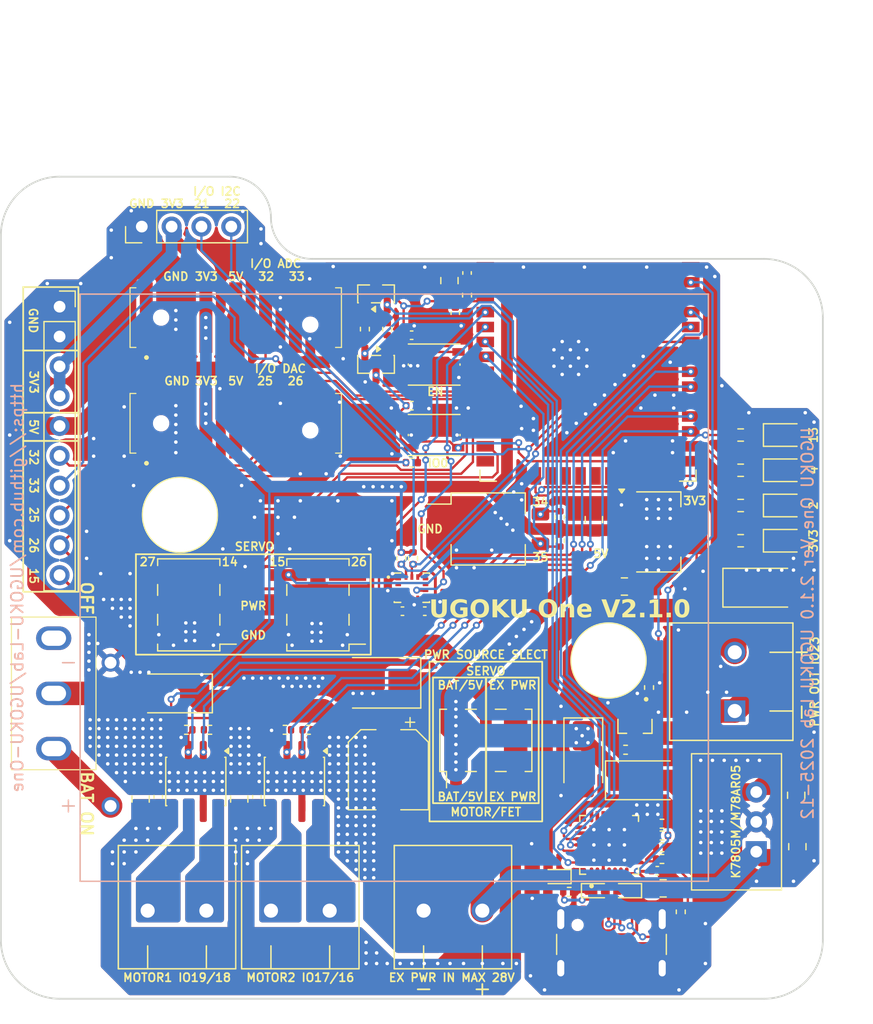
<source format=kicad_pcb>
(kicad_pcb (version 20241229) (generator "pcbnew") (generator_version "9.0")
  (layers (0 "F.Cu" signal) (2 "B.Cu" signal) (13 "F.Paste" user) (15 "B.Paste" user) (5 "F.SilkS" user "F.Silkscreen") (7 "B.SilkS" user "B.Silkscreen") (1 "F.Mask" user) (3 "B.Mask" user) (25 "Edge.Cuts" user))
  (net 0 "")
  (net 1 "Net-(L1-K)")
  (net 2 "GND")
  (net 3 "Net-(BT1-+)")
  (net 4 "5V")
  (net 5 "Net-(L2-K)")
  (net 6 "EN")
  (net 7 "Net-(J6-Pin_2)")
  (net 8 "Net-(J6-Pin_1)")
  (net 9 "Net-(J10-Pin_2)")
  (net 10 "Net-(J10-Pin_1)")
  (net 11 "Net-(L3-K)")
  (net 12 "Net-(D7-A)")
  (net 20 "USB_5V")
  (net 21 "Net-(D6-A)")
  (net 22 "SERVO2")
  (net 23 "SERVO1")
  (net 24 "LED1")
  (net 25 "LED2")
  (net 26 "MD1_IN1")
  (net 27 "MD1_IN2")
  (net 28 "SERVO_PWR")
  (net 29 "MOT_PWR")
  (net 30 "MD2_IN2")
  (net 31 "Net-(D4-A2)")
  (net 32 "Net-(D3-A2)")
  (net 33 "Net-(Q2-E)")
  (net 34 "Net-(Q2-B)")
  (net 35 "IO0")
  (net 36 "Net-(Q3-B)")
  (net 37 "Net-(Q3-E)")
  (net 38 "MD2_IN1")
  (net 39 "Net-(U2-~{RST})")
  (net 40 "Net-(U2-VBUS)")
  (net 41 "Net-(U2-~{SUSPEND})")
  (net 56 "RXD")
  (net 59 "RXD0")
  (net 62 "EX_PWR")
  (net 66 "3V3")
  (net 67 "DAC2")
  (net 68 "SCL")
  (net 69 "SDA")
  (net 70 "DAC1")
  (net 71 "LED3")
  (net 72 "Net-(L4-K)")
  (net 73 "Net-(Q1-G)")
  (net 74 "Net-(D8-A)")
  (net 75 "FET_SW")
  (net 78 "Net-(J11-CC2)")
  (net 79 "Net-(J11-CC1)")
  (net 80 "SW_DIP_2")
  (net 81 "IO15")
  (net 82 "SW_DIP_1")
  (net 83 "INT1")
  (net 84 "INT2")
  (net 85 "ADC1")
  (net 86 "ADC2")
  (footprint "Package_SO:HSOP-8-1EP_3.9x4.9mm_P1.27mm_EP2.3x2.3mm" (layer "F.Cu") (at -18.4 16.5 -90)
    (property "Reference" "U8" (hide yes))
    (property "Value" "TB67H450FNG_EL")
  )
  (footprint "Resistor_SMD:R_0402_1005Metric" (layer "F.Cu") (at 21.3 22.1 180)
    (property "Reference" "R15" (hide yes))
    (property "Value" "47.5k")
  )
  (footprint "Resistor_SMD:R_0402_1005Metric" (layer "F.Cu") (at 21.3 23.1)
    (property "Reference" "R14" (hide yes))
    (property "Value" "22.1k")
  )
  (footprint "0_UGOKU-One_Lib:PTS_1.5_2" (layer "F.Cu") (at -20 27.5)
    (property "Reference" "J10" (hide yes))
    (property "Value" "Conn_01x02" (hide yes))
  )
  (footprint "Package_SO:HSOP-8-1EP_3.9x4.9mm_P1.27mm_EP2.3x2.3mm" (layer "F.Cu") (at -10 16.5 -90)
    (property "Reference" "U3" (hide yes))
    (property "Value" "TB67H450FNG_EL")
  )
  (footprint "Resistor_SMD:R_0402_1005Metric" (layer "F.Cu") (at 0 -10.65)
    (property "Reference" "R32" (hide yes))
    (property "Value" "10k")
  )
  (footprint "RF_Module:ESP32-WROOM-32E" (layer "F.Cu") (at 15 -22.02)
    (property "Reference" "U5" (hide yes))
    (property "Value" "ESP32-WROOM-32E")
  )
  (footprint "Diode_SMD:D_SMA" (layer "F.Cu") (at 30 0)
    (property "Reference" "D8" (hide yes))
    (property "Value" "SS54")
  )
  (footprint "Resistor_SMD:R_0402_1005Metric" (layer "F.Cu") (at -10.8 12.1 180)
    (property "Reference" "R26" (hide yes))
    (property "Value" "10k")
  )
  (footprint "Connector_PinHeader_2.54mm:PinHeader_2x03_P2.54mm_Vertical_SMD" (layer "F.Cu") (at 6.3 13 90)
    (property "Reference" "J3" (hide yes))
    (property "Value" "Conn_02x03_Odd_Even")
  )
  (footprint "0_UGOKU-One_Lib:IC_CP2102N-A02-GQFN28R" (layer "F.Cu") (at 16.8 21.9 90)
    (property "Reference" "U2" (hide yes))
    (property "Value" "CP2102N-A02-GQFN28")
  )
  (footprint "Resistor_SMD:R_0402_1005Metric" (layer "F.Cu") (at 21.3 20.1 180)
    (property "Reference" "R16" (hide yes))
    (property "Value" "10k")
  )
  (footprint "Button_Switch_SMD:SW_Push_1P1T_NO_Vertical_Wuerth_434133025816" (layer "F.Cu") (at 1.9 -13)
    (property "Reference" "SW4" (hide yes))
    (property "Value" "SW_Push")
  )
  (footprint "Resistor_SMD:R_0402_1005Metric" (layer "F.Cu") (at -19.2 12.1 180)
    (property "Reference" "R30" (hide yes))
    (property "Value" "10k")
  )
  (footprint "Connector_PinHeader_2.54mm:PinHeader_2x03_P2.54mm_Vertical_SMD" (layer "F.Cu") (at -8 1.46 180)
    (property "Reference" "J5" (hide yes))
    (property "Value" "SERVO")
  )
  (footprint "Diode_SMD:D_SMB" (layer "F.Cu") (at -2.9 8.1 180)
    (property "Reference" "D9" (hide yes))
    (property "Value" "SMBJ6.5A")
  )
  (footprint "LED_SMD:LED_0805_2012Metric_Pad1.15x1.40mm_HandSolder" (layer "F.Cu") (at 31.8 -10)
    (property "Reference" "L3" (hide yes))
    (property "Value" "LED")
  )
  (footprint "0_UGOKU-One_Lib:PTS_1.5_2" (layer "F.Cu") (at -9.5 27.5)
    (property "Reference" "J6" (hide yes))
    (property "Value" "Conn_01x02" (hide yes))
  )
  (footprint "Button_Switch_SMD:SW_Push_1P1T_NO_Vertical_Wuerth_434133025816" (layer "F.Cu") (at 1.9 -19 180)
    (property "Reference" "SW6" (hide yes))
    (property "Value" "SW_Push")
  )
  (footprint "LED_SMD:LED_0805_2012Metric_Pad1.15x1.40mm_HandSolder" (layer "F.Cu") (at 31.8 -13)
    (property "Reference" "L4" (hide yes))
    (property "Value" "LED")
  )
  (footprint "Package_TO_SOT_SMD:SOT-23" (layer "F.Cu") (at -3.05 -19.02 -90)
    (property "Reference" "Q3" (hide yes))
    (property "Value" "SS8050")
  )
  (footprint "LED_SMD:LED_0805_2012Metric_Pad1.15x1.40mm_HandSolder" (layer "F.Cu") (at 31.8 -7)
    (property "Reference" "L2" (hide yes))
    (property "Value" "IO2")
  )
  (footprint "Capacitor_SMD:C_0805_2012Metric" (layer "F.Cu") (at 3.2 -26.15 90)
    (property "Reference" "C5" (hide yes))
    (property "Value" "22μF")
  )
  (footprint "Diode_SMD:D_SOD-523" (layer "F.Cu") (at 15.7 25.8)
    (property "Reference" "D4" (hide yes))
    (property "Value" "LESD5D5.0CT1G")
  )
  (footprint "Connector_PinSocket_2.54mm:PinSocket_1x10_P2.54mm_Vertical" (layer "F.Cu") (at -30 -23.93)
    (property "Reference" "J4" (hide yes))
    (property "Value" "Conn_01x10")
  )
  (footprint "Capacitor_SMD:C_0805_2012Metric" (layer "F.Cu") (at 32.83 22.05 90)
    (property "Reference" "C9" (hide yes))
    (property "Value" "10μF")
  )
  (footprint "0_UGOKU-One_Lib:14110513001000" (layer "F.Cu") (at -15 -23)
    (property "Reference" "J9" (hide yes))
    (property "Value" "ADC" (hide yes))
  )
  (footprint "Resistor_SMD:R_0402_1005Metric" (layer "F.Cu") (at -4 -22.02 -90)
    (property "Reference" "R18" (hide yes))
    (property "Value" "10k")
  )
  (footprint "Capacitor_SMD:C_0402_1005Metric" (layer "F.Cu") (at 1.1 2 180)
    (property "Reference" "C21" (hide yes))
    (property "Value" "0.1uF")
  )
  (footprint "LED_SMD:LED_0805_2012Metric_Pad1.15x1.40mm_HandSolder" (layer "F.Cu") (at 31.8 -4)
    (property "Reference" "L1" (hide yes))
    (property "Value" "PWR")
  )
  (footprint "Capacitor_SMD:C_0402_1005Metric" (layer "F.Cu") (at -0.8 2)
    (property "Reference" "C20" (hide yes))
    (property "Value" "0.1uF")
  )
  (footprint "Resistor_SMD:R_0603_1608Metric" (layer "F.Cu") (at 28 -10)
    (property "Reference" "R6" (hide yes))
    (property "Value" "1.5k")
  )
  (footprint "MountingHole:MountingHole_3.2mm_M3" (layer "F.Cu") (at 30 30)
    (property "Reference" "H4" (hide yes))
    (property "Value" "MountingHole" (hide yes))
  )
  (footprint "MountingHole:MountingHole_3.2mm_M3" (layer "F.Cu") (at -30 -30)
    (property "Reference" "H1" (hide yes))
    (property "Value" "MountingHole" (hide yes))
  )
  (footprint "Capacitor_SMD:C_0805_2012Metric" (layer "F.Cu") (at 32.73 17.675 -90)
    (property "Reference" "C11" (hide yes))
    (property "Value" "22μF")
  )
  (footprint "Resistor_SMD:R_0402_1005Metric" (layer "F.Cu") (at 20.2 8.5 90)
    (property "Reference" "R24" (hide yes))
    (property "Value" "100")
  )
  (footprint "Package_TO_SOT_SMD:SOT-23" (layer "F.Cu") (at -3.05 -25.02 90)
    (property "Reference" "Q2" (hide yes))
    (property "Value" "SS8050")
  )
  (footprint "Resistor_SMD:R_0603_1608Metric" (layer "F.Cu") (at 28 -13)
    (property "Reference" "R7" (hide yes))
    (property "Value" "1.5k")
  )
  (footprint "Resistor_SMD:R_0402_1005Metric" (layer "F.Cu") (at 13.4 25.9 180)
    (property "Reference" "R20" (hide yes))
    (property "Value" "5.1k")
  )
  (footprint "Capacitor_SMD:C_0805_2012Metric" (layer "F.Cu") (at 15.5 -5.8 90)
    (property "Reference" "C10" (hide yes))
    (property "Value" "22μF")
  )
  (footprint "Capacitor_SMD:CP_Elec_6.3x7.7" (layer "F.Cu") (at -2 15.5 -90)
    (property "Reference" "C4" (hide yes))
    (property "Value" "470μF")
  )
  (footprint "Capacitor_SMD:C_0805_2012Metric" (layer "F.Cu") (at -23.1 18 90)
    (property "Reference" "C19" (hide yes))
    (property "Value" "10μF")
  )
  (footprint "Button_Switch_SMD:SW_DIP_SPSTx02_Slide_Omron_A6S-210x_W8.9mm_P2.54mm" (layer "F.Cu") (at 6.5 -5)
    (property "Reference" "SW1" (hide yes))
    (property "Value" "SW_DIP_x02")
  )
  (footprint "0_UGOKU-One_Lib:XDCR_BMI270" (layer "F.Cu") (at 0 0)
    (property "Reference" "U7" (hide yes))
    (property "Value" "BMI270")
  )
  (footprint "Diode_SMD:D_SOD-523" (layer "F.Cu") (at 12.3 24.6 180)
    (property "Reference" "D2" (hide yes))
    (property "Value" "LESD5D5.0CT1G")
  )
  (footprint "Resistor_SMD:R_0402_1005Metric" (layer "F.Cu") (at 18.2 13.8 180)
    (property "Reference" "R23" (hide yes))
    (property "Value" "100k")
  )
  (footprint "Resistor_SMD:R_0402_1005Metric" (layer "F.Cu") (at -2.1 -22.02 90)
    (property "Reference" "R19" (hide yes))
    (property "Value" "10k")
  )
  (footprint "Resistor_SMD:R_0402_1005Metric" (layer "F.Cu") (at 4.7 -24.91 -90)
    (property "Reference" "R21" (hide yes))
    (property "Value" "10k")
  )
  (footprint "0_UGOKU-One_Lib:PTS_1.5_2" (layer "F.Cu") (at 27.5 8 90)
    (property "Reference" "J13" (hide yes))
    (property "Value" "Conn_01x02" (hide yes))
  )
  (footprint "Capacitor_SMD:C_0402_1005Metric" (layer "F.Cu") (at 20.9 24.1)
    (property "Reference" "C3" (hide yes))
    (property "Value" "0.1uF")
  )
  (footprint "MountingHole:MountingHole_3.2mm_M3" (layer "F.Cu") (at -30 30)
    (property "Reference" "H3" (hide yes))
    (property "Value" "MountingHole" (hide yes))
  )
  (footprint "Capacitor_SMD:C_0805_2012Metric" (layer "F.Cu") (at -14.7 18 90)
    (property "Reference" "C16" (hide yes))
    (property "Value" "10μF")
  )
  (footprint "Capacitor_SMD:C_0402_1005Metric" (layer "F.Cu") (at 3.7 -23.38 90)
    (property "Reference" "C12" (hide yes))
    (property "Value" "0.1uF")
  )
  (footprint "MountingHole:MountingHole_3.2mm_M3" (layer "F.Cu") (at 30 -20)
    (property "Reference" "H2" (hide yes))
    (property "Value" "MountingHole" (hide yes))
  )
  (footprint "Connector_PinHeader_2.54mm:PinHeader_2x03_P2.54mm_Vertical_SMD" (layer "F.Cu") (at -19 1.46 180)
    (property "Reference" "J2" (hide yes))
    (property "Value" "SERVO")
  )
  (footprint "0_UGOKU-One_Lib:SW_SS-12M11G5" (layer "F.Cu") (at -30.5 9 -90)
    (property "Reference" "SW2" (hide yes))
    (property "Value" "SW_SPDT")
  )
  (footprint "Diode_SMD:D_SMA" (layer "F.Cu") (at 14.6 14.6 -90)
    (property "Reference" "D5" (hide yes))
    (property "Value" "SS54")
  )
  (footprint "Resistor_SMD:R_0402_1005Metric" (layer "F.Cu") (at -17.2 12.1)
    (property "Reference" "R31" (hide yes))
    (property "Value" "10k")
  )
  (footprint "Resistor_SMD:R_0402_1005Metric" (layer "F.Cu") (at 21.3 21.1)
    (property "Reference" "R13" (hide yes))
    (property "Value" "1.5k")
  )
  (footprint "Capacitor_SMD:C_0402_1005Metric" (layer "F.Cu") (at 4.7 -26.8 90)
    (property "Reference" "C6" (hide yes))
    (property "Value" "0.1μF")
  )
  (footprint "Resistor_SMD:R_0402_1005Metric" (layer "F.Cu") (at -8.8 12.1)
    (property "Reference" "R29" (hide yes))
    (property "Value" "10k")
  )
  (footprint "Resistor_SMD:R_0603_1608Metric" (layer "F.Cu") (at 28 -4)
    (property "Reference" "R4" (hide yes))
    (property "Value" "470")
  )
  (footprint "Resistor_SMD:R_0402_1005Metric" (layer "F.Cu") (at -0.9 -2.5 -90)
    (property "Reference" "R3" (hide yes))
    (property "Value" "10k")
  )
  (footprint "Resistor_SMD:R_0402_1005Metric" (layer "F.Cu") (at 0.1 -2.5 -90)
    (property "Reference" "R2" (hide yes))
    (property "Value" "10k")
  )
  (footprint "Resistor_SMD:R_0402_1005Metric" (layer "F.Cu") (at 22.9 27.6 -90)
    (property "Reference" "R25" (hide yes))
    (property "Value" "5.1k")
  )
  (footprint "Resistor_SMD:R_0402_1005Metric" (layer "F.Cu") (at 12.6 -4.01 -90)
    (property "Reference" "R1" (hide yes))
    (property "Value" "10k")
  )
  (footprint "Capacitor_SMD:C_0402_1005Metric" (layer "F.Cu") (at -13.2 17.8 90)
    (property "Reference" "C17" (hide yes))
    (property "Value" "0.1μF")
  )
  (footprint "Resistor_SMD:R_0402_1005Metric" (layer "F.Cu") (at 12.6 -6 90)
    (property "Reference" "R22" (hide yes))
    (property "Value" "10k")
  )
  (footprint "Capacitor_SMD:C_0402_1005Metric" (layer "F.Cu") (at -21.6 17.8 90)
    (property "Reference" "C18" (hide yes))
    (property "Value" "0.1μF")
  )
  (footprint "Diode_SMD:D_SMA" (layer "F.Cu") (at -20.5 9 180)
    (property "Reference" "D6" (hide yes))
    (property "Value" "SS54")
  )
  (footprint "Resistor_SMD:R_0603_1608Metric" (layer "F.Cu") (at 28 -7)
    (property "Reference" "R5" (hide yes))
    (property "Value" "1.5k")
  )
  (footprint "0_UGOKU-One_Lib:SOT-23F" (layer "F.Cu") (at 19 11.5 -90)
    (property "Reference" "Q1" (hide yes))
    (property "Value" "NMOS")
  )
  (footprint "Connector_PinHeader_2.54mm:PinHeader_1x04_P2.54mm_Vertical" (layer "F.Cu") (at -23 -30.75 90)
    (property "Reference" "J1" (hide yes))
    (property "Value" "Conn_01x04")
  )
  (footprint "Diode_SMD:D_SOD-523" (layer "F.Cu") (at 18.3 25.8 180)
    (property "Reference" "D3" (hide yes))
    (property "Value" "LESD5D5.0CT1G")
  )
  (footprint "Capacitor_SMD:C_0805_2012Metric" (layer "F.Cu") (at 21.4 25.6)
    (property "Reference" "C2" (hide yes))
    (property "Value" "22uF")
  )
  (footprint "Connector_USB:USB_C_Receptacle_GCT_USB4105-xx-A_16P_TopMnt_Horizontal" (layer "F.Cu") (at 17 31.325)
    (property "Reference" "J11" (hide yes))
    (property "Value" "USB_C_Receptacle_USB2.0_16P")
  )
  (footprint "Package_TO_SOT_SMD:SOT-223-3_TabPin2" (layer "F.Cu") (at 21 -4.75)
    (property "Reference" "U1" (hide yes))
    (property "Value" "AMS1117-3.3")
  )
  (footprint "Diode_SMD:D_SMA" (layer "F.Cu") (at 20 16.4)
    (property "Reference" "D7" (hide yes))
    (property "Value" "SS54")
  )
  (footprint "Capacitor_SMD:C_0402_1005Metric" (layer "F.Cu") (at -0.02 -21.5 180)
    (property "Reference" "C8" (hide yes))
    (property "Value" "0.1uF")
  )
  (footprint "0_UGOKU-One_Lib:M78AR" (layer "F.Cu") (at 29.33 19.94 90)
    (property "Reference" "U4" (hide yes))
    (property "Value" "K7805M/M78AR05")
  )
  (footprint "0_UGOKU-One_Lib:14110513001000" (layer "F.Cu") (at -15 -14)
    (property "Reference" "J8" (hide yes))
    (property "Value" "DAC" (hide yes))
  )
  (footprint "Capacitor_SMD:C_0805_2012Metric" (layer "F.Cu") (at 18.1 -0.1)
    (property "Reference" "C1" (hide yes))
    (property "Value" "22μF")
  )
  (footprint "0_UGOKU-One_Lib:PTS_1.5_2" (layer "F.Cu") (at 3.5 27.5)
    (property "Reference" "J12" (hide yes))
    (property "Value" "Conn_01x02" (hide yes))
  )
  (footprint "Capacitor_SMD:C_0402_1005Metric" (layer "F.Cu") (at 0 -15.5 180)
    (property "Reference" "C7" (hide yes))
    (property "Value" "0.1uF")
  )
  (footprint "0_UGOKU-One_Lib:BAT_2481" (layer "B.Cu") (at -1.5 0 180)
    (property "Reference" "BT1" (hide yes))
    (property "Value" "Battery")
  )
  (gr_rect (start 6.3 7.65) (end 10.8 18.35) (stroke (width 0.15)) (fill no) (layer "F.SilkS"))
  (gr_rect (start 1.5 6.3) (end 11.1 19.9) (stroke (width 0.15)) (fill no) (layer "F.SilkS"))
  (gr_line (start 6 33.75) (end 6 34.65) (stroke (width 0.15)) (layer "F.SilkS"))
  (gr_rect (start -33.1 -25.6) (end -28.4 -20.2) (stroke (width 0.15)) (fill no) (layer "F.SilkS"))
  (gr_line (start 33.2 6) (end 33.2 5) (stroke (width 0.15)) (layer "F.SilkS"))
  (gr_rect (start -23.5 -2.85) (end -3.5 5.7) (stroke (width 0.15)) (fill no) (layer "F.SilkS"))
  (gr_line (start 0.5 34.2) (end 1.5 34.2) (stroke (width 0.15)) (layer "F.SilkS"))
  (gr_line (start 32.75 5.5) (end 33.65 5.5) (stroke (width 0.15)) (layer "F.SilkS"))
  (gr_rect (start -33.1 -20.2) (end -28.4 -14.9) (stroke (width 0.15)) (fill no) (layer "F.SilkS"))
  (gr_line (start 5.5 34.2) (end 6.5 34.2) (stroke (width 0.15)) (layer "F.SilkS"))
  (gr_rect (start -33.1 -14.9) (end -28.4 -12.5) (stroke (width 0.15)) (fill no) (layer "F.SilkS"))
  (gr_rect (start -33.1 -12.5) (end -28.4 0.35) (stroke (width 0.15)) (fill no) (layer "F.SilkS"))
  (gr_line (start 33.2 11.1) (end 33.2 10.1) (stroke (width 0.15)) (layer "F.SilkS"))
  (gr_rect (start 1.8 7.65) (end 6.33 18.35) (stroke (width 0.15)) (fill no) (layer "F.SilkS"))
  (gr_arc (start -15.5 -35) (mid -13.025126 -33.974874) (end -12 -31.5) (stroke (width 0.15)) (layer "Edge.Cuts"))
  (gr_line (start -35 -30) (end -35 30) (stroke (width 0.15)) (layer "Edge.Cuts"))
  (gr_arc (start -8.5 -28) (mid -10.974874 -29.025126) (end -12 -31.5) (stroke (width 0.15)) (layer "Edge.Cuts"))
  (gr_arc (start 30 -28) (mid 33.535534 -26.535534) (end 35 -23) (stroke (width 0.15)) (layer "Edge.Cuts"))
  (gr_arc (start -30 35) (mid -33.535534 33.535534) (end -35 30) (stroke (width 0.15)) (layer "Edge.Cuts"))
  (gr_line (start -15.5 -35) (end -30 -35) (stroke (width 0.15)) (layer "Edge.Cuts"))
  (gr_arc (start 35 30) (mid 33.535534 33.535534) (end 30 35) (stroke (width 0.15)) (layer "Edge.Cuts"))
  (gr_arc (start -35 -30) (mid -33.535534 -33.535534) (end -30 -35) (stroke (width 0.15)) (layer "Edge.Cuts"))
  (gr_line (start 35 30) (end 35 -23) (stroke (width 0.15)) (layer "Edge.Cuts"))
  (gr_line (start -30 35) (end 30 35) (stroke (width 0.15)) (layer "Edge.Cuts"))
  (gr_line (start 30 -28) (end -8.5 -28) (stroke (width 0.15)) (layer "Edge.Cuts"))
  (gr_text "27" (at -22.5 -2.2 0) (layer "F.SilkS") (effects (font (size 0.7 0.7) (thickness 0.14) (bold yes))))
  (gr_text "GND" (at -23 -32.7 0) (layer "F.SilkS") (effects (font (size 0.7 0.7) (thickness 0.14) (bold yes))))
  (gr_text "3V3" (at -17.5 -17.6 0) (layer "F.SilkS") (effects (font (size 0.7 0.7) (thickness 0.14) (bold yes))))
  (gr_text "SERVO" (at -13.4 -3.5 0) (layer "F.SilkS") (effects (font (size 0.7 0.7) (thickness 0.14) (bold yes))))
  (gr_text "GND" (at 1.55 -5 0) (layer "F.SilkS") (effects (font (size 0.7 0.7) (thickness 0.14) (bold yes))))
  (gr_text "3V3" (at -17.5 -26.5 0) (layer "F.SilkS") (effects (font (size 0.7 0.7) (thickness 0.14) (bold yes))))
  (gr_text "5V" (at -32.2 -13.7 270) (layer "F.SilkS") (effects (font (size 0.7 0.7) (thickness 0.14) (bold yes))))
  (gr_text "I/O DAC" (at -11.2 -18.65 0) (layer "F.SilkS") (effects (font (size 0.7 0.7) (thickness 0.14) (bold yes))))
  (gr_text "BAT/5V EX PWR" (at 6.4 8.3 0) (layer "F.SilkS") (effects (font (size 0.7 0.7) (thickness 0.14) (bold yes))))
  (gr_text "GND" (at -20.1 -26.5 0) (layer "F.SilkS") (effects (font (size 0.7 0.7) (thickness 0.14) (bold yes))))
  (gr_text "IO0" (at 2.225 -10.6 0) (layer "F.SilkS") (effects (font (size 0.7 0.7) (thickness 0.14) (bold yes))))
  (gr_text "15" (at -32.2 -1 270) (layer "F.SilkS") (effects (font (size 0.7 0.7) (thickness 0.14) (bold yes))))
  (gr_text "EN" (at 2 -16.7 0) (layer "F.SilkS") (effects (font (size 0.7 0.7) (thickness 0.14) (bold yes))))
  (gr_text "33" (at -9.8 -26.5 0) (layer "F.SilkS") (effects (font (size 0.7 0.7) (thickness 0.14) (bold yes))))
  (gr_text "EX PWR IN MAX 28V\n" (at 3.4 33.2 0) (layer "F.SilkS") (effects (font (size 0.7 0.7) (thickness 0.14) (bold yes))))
  (gr_text "SERVO" (at 6.3 7.1 0) (layer "F.SilkS") (effects (font (size 0.7 0.7) (thickness 0.14) (bold yes))))
  (gr_text "5V" (at 16.1 -2.9 0) (layer "F.SilkS") (effects (font (size 0.7 0.7) (thickness 0.14) (bold yes))))
  (gr_text "GND" (at -32.25 -22.75 270) (layer "F.SilkS") (effects (font (size 0.7 0.7) (thickness 0.14) (bold yes))))
  (gr_text "26" (at -9.9 -17.6 0) (layer "F.SilkS") (effects (font (size 0.7 0.7) (thickness 0.14) (bold yes))))
  (gr_text "33" (at -32.2 -8.7 270) (layer "F.SilkS") (effects (font (size 0.7 0.7) (thickness 0.14) (bold yes))))
  (gr_text "5V" (at -15 -26.5 0) (layer "F.SilkS") (effects (font (size 0.7 0.7) (thickness 0.14) (bold yes))))
  (gr_text "15" (at -11.45 -2.2 0) (layer "F.SilkS") (effects (font (size 0.7 0.7) (thickness 0.14) (bold yes))))
  (gr_text "3V3" (at -20.4 -32.7 0) (layer "F.SilkS") (effects (font (size 0.7 0.7) (thickness 0.14) (bold yes))))
  (gr_text "25" (at -12.5 -17.6 0) (layer "F.SilkS") (effects (font (size 0.7 0.7) (thickness 0.14) (bold yes))))
  (gr_text "2" (at 34.2 -7 90) (layer "F.SilkS") (effects (font (size 0.7 0.7) (thickness 0.14) (bold yes))))
  (gr_text "34" (at 10.95 -7.3 0) (layer "F.SilkS") (effects (font (size 0.7 0.7) (thickness 0.14) (bold yes))))
  (gr_text "22" (at -15.3 -32.7 0) (layer "F.SilkS") (effects (font (size 0.7 0.7) (thickness 0.14) (bold yes))))
  (gr_text "5V" (at -15 -17.6 0) (layer "F.SilkS") (effects (font (size 0.7 0.7) (thickness 0.14) (bold yes))))
  (gr_text "GND" (at -20 -17.6 0) (layer "F.SilkS") (effects (font (size 0.7 0.7) (thickness 0.14) (bold yes))))
  (gr_text "3V3" (at -32.2 -17.5 270) (layer "F.SilkS") (effects (font (size 0.7 0.7) (thickness 0.14) (bold yes))))
  (gr_text "GND" (at -13.5 4.05 0) (layer "F.SilkS") (effects (font (size 0.7 0.7) (thickness 0.14) (bold yes))))
  (gr_text "13" (at 34.2 -13 90) (layer "F.SilkS") (effects (font (size 0.7 0.7) (thickness 0.14) (bold yes))))
  (gr_text "21" (at -17.9 -32.7 0) (layer "F.SilkS") (effects (font (size 0.7 0.7) (thickness 0.14) (bold yes))))
  (gr_text "25" (at -32.2 -6.2 270) (layer "F.SilkS") (effects (font (size 0.7 0.7) (thickness 0.14) (bold yes))))
  (gr_text "14" (at -15.5 -2.2 0) (layer "F.SilkS") (effects (font (size 0.7 0.7) (thickness 0.14) (bold yes))))
  (gr_text "MOTOR1 IO19/18\n" (at -20 33.2 0) (layer "F.SilkS") (effects (font (size 0.7 0.7) (thickness 0.14) (bold yes))))
  (gr_text "3V3" (at 34.2 -4 90) (layer "F.SilkS") (effects (font (size 0.7 0.7) (thickness 0.14) (bold yes))))
  (gr_text "32" (at -32.2 -11.1 270) (layer "F.SilkS") (effects (font (size 0.7 0.7) (thickness 0.14) (bold yes))))
  (gr_text "MOTOR2 IO17/16" (at -9.5 33.2 0) (layer "F.SilkS") (effects (font (size 0.7 0.7) (thickness 0.14) (bold yes))))
  (gr_text "BAT ON" (at -27.7 18.4 270) (layer "F.SilkS") (effects (font (size 1 1) (thickness 0.2) (bold yes))))
  (gr_text "UGOKU One V2.1.0" (at 12.6 1.9 0) (layer "F.SilkS") (effects (font (size 1.5 1.5) (thickness 0.3) (bold yes))))
  (gr_text "4" (at 34.2 -10 90) (layer "F.SilkS") (effects (font (size 0.7 0.7) (thickness 0.14) (bold yes))))
  (gr_text "BAT/5V EX PWR" (at 6.4 17.8 0) (layer "F.SilkS") (effects (font (size 0.7 0.7) (thickness 0.14) (bold yes))))
  (gr_text "35" (at 10.95 -2.6 0) (layer "F.SilkS") (effects (font (size 0.7 0.7) (thickness 0.14) (bold yes))))
  (gr_text "26" (at -4.5 -2.2 0) (layer "F.SilkS") (effects (font (size 0.7 0.7) (thickness 0.14) (bold yes))))
  (gr_text "PWR OUT IO23" (at 34.3 8 90) (layer "F.SilkS") (effects (font (size 0.7 0.7) (thickness 0.14) (bold yes))))
  (gr_text "PWR" (at -13.5 1.55 0) (layer "F.SilkS") (effects (font (size 0.7 0.7) (thickness 0.14) (bold yes))))
  (gr_text "I/O ADC" (at -11.6 -27.6 0) (layer "F.SilkS") (effects (font (size 0.7 0.7) (thickness 0.14) (bold yes))))
  (gr_text "26" (at -32.2 -3.6 270) (layer "F.SilkS") (effects (font (size 0.7 0.7) (thickness 0.14) (bold yes))))
  (gr_text "MOTOR/FET" (at 6.3 19.1 0) (layer "F.SilkS") (effects (font (size 0.7 0.7) (thickness 0.14) (bold yes))))
  (gr_text "32" (at -12.4 -26.5 0) (layer "F.SilkS") (effects (font (size 0.7 0.7) (thickness 0.14) (bold yes))))
  (gr_text "PWR SOURCE SLECT" (at 6.3 5.7 0) (layer "F.SilkS") (effects (font (size 0.7 0.7) (thickness 0.14) (bold yes))))
  (gr_text "I/O I2C" (at -16.6 -33.75 0) (layer "F.SilkS") (effects (font (size 0.7 0.7) (thickness 0.14) (bold yes))))
  (gr_text "3V3" (at 24.1 -7.4 0) (layer "F.SilkS") (effects (font (size 0.7 0.7) (thickness 0.14) (bold yes))))
  (gr_text "OFF" (at -27.7 0.9 270) (layer "F.SilkS") (effects (font (size 1 1) (thickness 0.2) (bold yes))))
  (gr_text "https://github.com/UGOKU-Lab/UGOKU-One" (at -33.6 0 90) (layer "B.SilkS") (effects (font (size 1 1)) (justify mirror)))
  (gr_text "UGOKU One Ver 2.1.0 UGOKU Lab 2025-12\n" (at 33.7 3.05 90) (layer "B.SilkS") (effects (font (size 1 1)) (justify mirror)))
  (segment (start 29.025 -4) (end 31.175 -4) (width 0.2) (layer "F.Cu") (net 1))
  (segment (start 17.85 -7.05) (end 15.975 -7.05) (width 0.8) (layer "F.Cu") (net 2))
  (segment (start 16.3 24.881708) (end 16.057708 25.124) (width 0.25) (layer "F.Cu") (net 2))
  (segment (start 13 24.6) (end 13.9 25.5) (width 0.4) (layer "F.Cu") (net 2))
  (segment (start 15.372678 25.8) (end 15 25.8) (width 0.25) (layer "F.Cu") (net 2))
  (segment (start 13.9 25.5) (end 13.9 25.8) (width 0.4) (layer "F.Cu") (net 2))
  (segment (start 13.9 25.8) (end 13.9 27.545) (width 0.25) (layer "F.Cu") (net 2))
  (segment (start 21.4 24.12) (end 21.4 25.3) (width 0.2) (layer "F.Cu") (net 2))
  (segment (start 21.38 24.1) (end 21.4 24.12) (width 0.2) (layer "F.Cu") (net 2))
  (segment (start -17.765 17.365) (end -17.65 17.25) (width 0.6) (layer "F.Cu") (net 2))
  (segment (start 19 25.8) (end 19 26.149999) (width 0.2) (layer "F.Cu") (net 2))
  (segment (start 17.9 -7) (end 17.85 -7.05) (width 0.8) (layer "F.Cu") (net 2))
  (segment (start 16.048678 25.124) (end 15.372678 25.8) (width 0.25) (layer "F.Cu") (net 2))
  (segment (start -9.365 17.135) (end -10 16.5) (width 0.6) (layer "F.Cu") (net 2))
  (segment (start 19 26.149999) (end 20.2 27.349999) (width 0.2) (layer "F.Cu") (net 2))
  (segment (start 16.3 22.375) (end 16.3 24.881708) (width 0.25) (layer "F.Cu") (net 2))
  (segment (start -17.765 18.975) (end -17.765 17.365) (width 0.6) (layer "F.Cu") (net 2))
  (segment (start 20.2 27.349999) (end 20.2 27.645) (width 0.2) (layer "F.Cu") (net 2))
  (segment (start 21.4 25.3) (end 21.9 25.8) (width 0.2) (layer "F.Cu") (net 2))
  (segment (start 16.75 21.925) (end 16.3 22.375) (width 0.25) (layer "F.Cu") (net 2))
  (segment (start 16.057708 25.124) (end 16.048678 25.124) (width 0.25) (layer "F.Cu") (net 2))
  (segment (start 21.32 28.22) (end 20.775 28.22) (width 0.4) (layer "F.Cu") (net 2))
  (segment (start 12.68 28.22) (end 13.225 28.22) (width 0.4) (layer "F.Cu") (net 2))
  (segment (start 15.975 -7.05) (end 15.5 -6.575) (width 0.8) (layer "F.Cu") (net 2))
  (segment (start 13.9 25.8) (end 15 25.8) (width 0.25) (layer "F.Cu") (net 2))
  (segment (start 13.9 27.545) (end 13.8 27.645) (width 0.25) (layer "F.Cu") (net 2))
  (segment (start 20.775 28.22) (end 20.2 27.645) (width 0.4) (layer "F.Cu") (net 2))
  (segment (start 13.225 28.22) (end 13.8 27.645) (width 0.4) (layer "F.Cu") (net 2))
  (segment (start -9.365 18.975) (end -9.365 17.135) (width 0.6) (layer "F.Cu") (net 2))
  (via (at -4 21) (size 0.6) (drill 0.3) (layers "F.Cu" "B.Cu") (net 2))
  (via (at -4 24) (size 0.6) (drill 0.3) (layers "F.Cu" "B.Cu") (net 2))
  (via (at -8.5 4.55) (size 0.6) (drill 0.3) (layers "F.Cu" "B.Cu") (net 2))
  (via (at -4.75 17.25) (size 0.6) (drill 0.3) (layers "F.Cu" "B.Cu") (net 2))
  (via (at -14.5 -8.7) (size 0.6) (drill 0.3) (layers "F.Cu" "B.Cu") (net 2))
  (via (at -10.2 4.9) (size 0.6) (drill 0.3) (layers "F.Cu" "B.Cu") (net 2))
  (via (at -3.25 23.25) (size 0.6) (drill 0.3) (layers "F.Cu" "B.Cu") (net 2))
  (via (at -5.5 4) (size 0.6) (drill 0.3) (layers "F.Cu" "B.Cu") (net 2))
  (via (at -4 17.25) (size 0.6) (drill 0.3) (layers "F.Cu" "B.Cu") (net 2))
  (via (at -12.05 7.7) (size 0.6) (drill 0.3) (layers "F.Cu" "B.Cu") (net 2))
  (via (at -3.25 24) (size 0.6) (drill 0.3) (layers "F.Cu" "B.Cu") (net 2))
  (via (at -25.15 14.25) (size 0.6) (drill 0.3) (layers "F.Cu" "B.Cu") (net 2))
  (via (at -25.9 11.25) (size 0.6) (drill 0.3) (layers "F.Cu" "B.Cu") (net 2))
  (via (at -1.65 -1.2) (size 0.6) (drill 0.3) (layers "F.Cu" "B.Cu") (net 2))
  (via (at -15.4 15.75) (size 0.6) (drill 0.3) (layers "F.Cu" "B.Cu") (net 2))
  (via (at -18.5 3) (size 0.6) (drill 0.3) (layers "F.Cu" "B.Cu") (net 2))
  (via (at 25.1 -27.3) (size 0.6) (drill 0.3) (layers "F.Cu" "B.Cu") (net 2))
  (via (at -9.05 7.7) (size 0.6) (drill 0.3) (layers "F.Cu" "B.Cu") (net 2))
  (via (at -25.9 12.75) (size 0.6) (drill 0.3) (layers "F.Cu" "B.Cu") (net 2))
  (via (at 26.4 19) (size 0.6) (drill 0.3) (layers "F.Cu" "B.Cu") (net 2))
  (via (at -27.1 -11.2) (size 0.6) (drill 0.3) (layers "F.Cu" "B.Cu") (net 2))
  (via (at -21.4 11.25) (size 0.6) (drill 0.3) (layers "F.Cu" "B.Cu") (net 2))
  (via (at 21 -3.5) (size 0.6) (drill 0.3) (layers "F.Cu" "B.Cu") (net 2))
  (via (at -14.65 12.75) (size 0.6) (drill 0.3) (layers "F.Cu" "B.Cu") (net 2))
  (via (at -5.5 18) (size 0.6) (drill 0.3) (layers "F.Cu" "B.Cu") (net 2))
  (via (at -21.4 12.75) (size 0.6) (drill 0.3) (layers "F.Cu" "B.Cu") (net 2))
  (via (at -10.4 -3.3) (size 0.6) (drill 0.3) (layers "F.Cu" "B.Cu") (net 2))
  (via (at 26.3 6.7) (size 0.6) (drill 0.3) (layers "F.Cu" "B.Cu") (net 2))
  (via (at -4 12.75) (size 0.6) (drill 0.3) (layers "F.Cu" "B.Cu") (net 2))
  (via (at -23.65 13.5) (size 0.6) (drill 0.3) (layers "F.Cu" "B.Cu") (net 2))
  (via (at -18.5 3.75) (size 0.6) (drill 0.3) (layers "F.Cu" "B.Cu") (net 2))
  (via (at -5.5 23.25) (size 0.6) (drill 0.3) (layers "F.Cu" "B.Cu") (net 2))
  (via (at 10.35 -14.4) (size 0.6) (drill 0.3) (layers "F.Cu" "B.Cu") (net 2))
  (via (at -8.5 15.75) (size 0.6) (drill 0.3) (layers "F.Cu" "B.Cu") (net 2))
  (via (at -7.95 8.4) (size 0.6) (drill 0.3) (layers "F.Cu" "B.Cu") (net 2))
  (via (at -5.5 19.5) (size 0.6) (drill 0.3) (layers "F.Cu" "B.Cu") (net 2))
  (via (at -19.15 16.5) (size 0.6) (drill 0.3) (layers "F.Cu" "B.Cu") (net 2))
  (via (at -4 18) (size 0.6) (drill 0.3) (layers "F.Cu" "B.Cu") (net 2))
  (via (at -16.15 16.5) (size 0.6) (drill 0.3) (layers "F.Cu" "B.Cu") (net 2))
  (via (at 30.5 -1.5) (size 0.6) (drill 0.3) (layers "F.Cu" "B.Cu") (net 2))
  (via (at -22.9 13.5) (size 0.6) (drill 0.3) (layers "F.Cu" "B.Cu") (net 2))
  (via (at 22 -7.5) (size 0.6) (drill 0.3) (layers "F.Cu" "B.Cu") (net 2))
  (via (at -22.15 14.25) (size 0.6) (drill 0.3) (layers "F.Cu" "B.Cu") (net 2))
  (via (at -20.1 -22) (size 0.6) (drill 0.3) (layers "F.Cu" "B.Cu") (net 2))
  (via (at -6.25 17.25) (size 0.6) (drill 0.3) (layers "F.Cu" "B.Cu") (net 2))
  (via (at -6.25 20.25) (size 0.6) (drill 0.3) (layers "F.Cu" "B.Cu") (net 2))
  (via (at -11.2 -24.7) (size 0.6) (drill 0.3) (layers "F.Cu" "B.Cu") (net 2))
  (via (at 31.5 -1.5) (size 0.6) (drill 0.3) (layers "F.Cu" "B.Cu") (net 2))
  (via (at -16.1 -3.3) (size 0.6) (drill 0.3) (layers "F.Cu" "B.Cu") (net 2))
  (via (at 25.8 -26.5) (size 0.6) (drill 0.3) (layers "F.Cu" "B.Cu") (net 2))
  (via (at -6.25 16.5) (size 0.6) (drill 0.3) (layers "F.Cu" "B.Cu") (net 2))
  (via (at -27.5 4) (size 0.6) (drill 0.3) (layers "F.Cu" "B.Cu") (net 2))
  (via (at -22.9 14.25) (size 0.6) (drill 0.3) (layers "F.Cu" "B.Cu") (net 2))
  (via (at 24.6 21.7) (size 0.6) (drill 0.3) (layers "F.Cu" "B.Cu") (net 2))
  (via (at 29.5 -1.5) (size 0.6) (drill 0.3) (layers "F.Cu" "B.Cu") (net 2))
  (via (at 34.25 23.25) (size 0.6) (drill 0.3) (layers "F.Cu" "B.Cu") (net 2))
  (via (at -17.65 17.25) (size 0.6) (drill 0.3) (layers "F.Cu" "B.Cu") (net 2))
  (via (at -25.15 12) (size 0.6) (drill 0.3) (layers "F.Cu" "B.Cu") (net 2))
  (via (at -13.4 -6) (size 0.6) (drill 0.3) (layers "F.Cu" "B.Cu") (net 2))
  (via (at -4.75 15.75) (size 0.6) (drill 0.3) (layers "F.Cu" "B.Cu") (net 2))
  (via (at 25.5 20.8) (size 0.6) (drill 0.3) (layers "F.Cu" "B.Cu") (net 2))
  (via (at -17.65 15.75) (size 0.6) (drill 0.3) (layers "F.Cu" "B.Cu") (net 2))
  (via (at -21.4 14.25) (size 0.6) (drill 0.3) (layers "F.Cu" "B.Cu") (net 2))
  (via (at 32.5 -2.5) (size 0.6) (drill 0.3) (layers "F.Cu" "B.Cu") (net 2))
  (via (at -10 15.75) (size 0.6) (drill 0.3) (layers "F.Cu" "B.Cu") (net 2))
  (via (at 19.7 -19.7) (size 0.6) (drill 0.3) (layers "F.Cu" "B.Cu") (net 2))
  (via (at 15.5 23.2) (size 0.6) (drill 0.3) (layers "F.Cu" "B.Cu") (net 2))
  (via (at -14.3 7.7) (size 0.6) (drill 0.3) (layers "F.Cu" "B.Cu") (net 2))
  (via (at -7 15.75) (size 0.6) (drill 0.3) (layers "F.Cu" "B.Cu") (net 2))
  (via (at -4 18.75) (size 0.6) (drill 0.3) (layers "F.Cu" "B.Cu") (net 2))
  (via (at -27.5 6.25) (size 0.6) (drill 0.3) (layers "F.Cu" "B.Cu") (net 2))
  (via (at -14.65 13.5) (size 0.6) (drill 0.3) (layers "F.Cu" "B.Cu") (net 2))
  (via (at 8.6 -4.9) (size 0.6) (drill 0.3) (layers "F.Cu" "B.Cu") (net 2))
  (via (at -6.25 22.5) (size 0.6) (drill 0.3) (layers "F.Cu" "B.Cu") (net 2))
  (via (at -25.5 1) (size 0.6) (drill 0.3) (layers "F.Cu" "B.Cu") (net 2))
  (via (at -3.25 15) (size 0.6) (drill 0.3) (layers "F.Cu" "B.Cu") (net 2))
  (via (at -22.15 11.25) (size 0.6) (drill 0.3) (layers "F.Cu" "B.Cu") (net 2))
  (via (at 1.45 -15.25) (size 0.6) (drill 0.3) (layers "F.Cu" "B.Cu") (net 2))
  (via (at -5.5 17.25) (size 0.6) (drill 0.3) (layers "F.Cu" "B.Cu") (net 2))
  (via (at -4 23.25) (size 0.6) (drill 0.3) (layers "F.Cu" "B.Cu") (net 2))
  (via (at -26.65 11.25) (size 0.6) (drill 0.3) (layers "F.Cu" "B.Cu") (net 2))
  (via (at 6.8 -3.2) (size 0.6) (drill 0.3) (layers "F.Cu" "B.Cu") (net 2))
  (via (at -4 14.25) (size 0.6) (drill 0.3) (layers "F.Cu" "B.Cu") (net 2))
  (via (at 21.1 8.1) (size 0.6) (drill 0.3) (layers "F.Cu" "B.Cu") (net 2))
  (via (at -22.9 12.75) (size 0.6) (drill 0.3) (layers "F.Cu" "B.Cu") (net 2))
  (via (at -27.7 -4.8) (size 0.6) (drill 0.3) (layers "F.Cu" "B.Cu") (net 2))
  (via (at -24.4 12) (size 0.6) (drill 0.3) (layers "F.Cu" "B.Cu") (net 2))
  (via (at 21 -1.5) (size 0.6) (drill 0.3) (layers "F.Cu" "B.Cu") (net 2))
  (via (at -10 17.25) (size 0.6) (drill 0.3) (layers "F.Cu" "B.Cu") (net 2))
  (via (at -3.25 18) (size 0.6) (drill 0.3) (layers "F.Cu" "B.Cu") (net 2))
  (via (at 28.6 14.7) (size 0.6) (drill 0.3) (layers "F.Cu" "B.Cu") (net 2))
  (via (at -18.5 4.5) (size 0.6) (drill 0.3) (layers "F.Cu" "B.Cu") (net 2))
  (via (at -26.75 4.75) (size 0.6) (drill 0.3) (layers "F.Cu" "B.Cu") (net 2))
  (via (at -25.9 15) (size 0.6) (drill 0.3) (layers "F.Cu" "B.Cu") (net 2))
  (via (at -24.4 13.5) (size 0.6) (drill 0.3) (layers "F.Cu" "B.Cu") (net 2))
  (via (at -11.95 12.15) (size 0.6) (drill 0.3) (layers "F.Cu" "B.Cu") (net 2))
  (via (at -11.4 -4.6) (size 0.6) (drill 0.3) (layers "F.Cu" "B.Cu") (net 2))
  (via (at -24.4 15) (size 0.6) (drill 0.3) (layers "F.Cu" "B.Cu") (net 2))
  (via (at 2.4 1.2) (size 0.6) (drill 0.3) (layers "F.Cu" "B.Cu") (net 2))
  (via (at 20 -6.7) (size 0.6) (drill 0.3) (layers "F.Cu" "B.Cu") (net 2))
  (via (at 33.5 -14.9) (size 0.6) (drill 0.3) (layers "F.Cu" "B.Cu") (net 2))
  (via (at 22 -2.5) (size 0.6) (drill 0.3) (layers "F.Cu" "B.Cu") (net 2))
  (via (at -26.5 -1.2) (size 0.6) (drill 0.3) (layers "F.Cu" "B.Cu") (net 2))
  (via (at 22 -5.9) (size 0.6) (drill 0.3) (layers "F.Cu" "B.Cu") (net 2))
  (via (at 18.1 20.6) (size 0.6) (drill 0.3) (layers "F.Cu" "B.Cu") (net 2))
  (via (at -21.4 15) (size 0.6) (drill 0.3) (layers "F.Cu" "B.Cu") (net 2))
  (via (at 13.2 -13.2) (size 0.6) (drill 0.3) (layers "F.Cu" "B.Cu") (net 2))
  (via (at -16.9 4.9) (size 0.6) (drill 0.3) (layers "F.Cu" "B.Cu") (net 2))
  (via (at -22.9 12) (size 0.6) (drill 0.3) (layers "F.Cu" "B.Cu") (net 2))
  (via (at 16.4 -16.4) (size 0.6) (drill 0.3) (layers "F.Cu" "B.Cu") (net 2))
  (via (at -7.75 15.75) (size 0.6) (drill 0.3) (layers "F.Cu" "B.Cu") (net 2))
  (via (at -3.25 19.5) (size 0.6) (drill 0.3) (layers "F.Cu" "B.Cu") (net 2))
  (via (at 22.75 34.25) (size 0.6) (drill 0.3) (layers "F.Cu" "B.Cu") (net 2))
  (via (at -7 17.25) (size 0.6) (drill 0.3) (layers "F.Cu" "B.Cu") (net 2))
  (via (at 20.05 19.3) (size 0.6) (drill 0.3) (layers "F.Cu" "B.Cu") (net 2))
  (via (at -14.2 -1.8) (size 0.6) (drill 0.3) (layers "F.Cu" "B.Cu") (net 2))
  (via (at -34.25 -13) (size 0.6) (drill 0.3) (layers "F.Cu" "B.Cu") (net 2))
  (via (at 29.35 25) (size 0.6) (drill 0.3) (layers "F.Cu" "B.Cu") (net 2))
  (via (at 10.25 26.45) (size 0.6) (drill 0.3) (layers "F.Cu" "B.Cu") (net 2))
  (via (at -10.55 7.7) (size 0.6) (drill 0.3) (layers "F.Cu" "B.Cu") (net 2))
  (via (at 24.6 22.6) (size 0.6) (drill 0.3) (layers "F.Cu" "B.Cu") (net 2))
  (via (at -23.65 12) (size 0.6) (drill 0.3) (layers "F.Cu" "B.Cu") (net 2))
  (via (at -8.7 -26.3) (size 0.6) (drill 0.3) (layers "F.Cu" "B.Cu") (net 2))
  (via (at 0.2 -22.3) (size 0.6) (drill 0.3) (layers "F.Cu" "B.Cu") (net 2))
  (via (at -4.25 9) (size 0.6) (drill 0.3) (layers "F.Cu" "B.Cu") (net 2))
  (via (at -4.75 16.5) (size 0.6) (drill 0.3) (layers "F.Cu" "B.Cu") (net 2))
  (via (at -25.6 -30.45) (size 0.6) (drill 0.3) (layers "F.Cu" "B.Cu") (net 2))
  (via (at -16.35 -16.95) (size 0.6) (drill 0.3) (layers "F.Cu" "B.Cu") (net 2))
  (via (at -20.65 15.75) (size 0.6) (drill 0.3) (layers "F.Cu" "B.Cu") (net 2))
  (via (at 21 -6.7) (size 0.6) (drill 0.3) (layers "F.Cu" "B.Cu") (net 2))
  (via (at -8.3 7.7) (size 0.6) (drill 0.3) (layers "F.Cu" "B.Cu") (net 2))
  (via (at -16.5 4) (size 0.6) (drill 0.3) (layers "F.Cu" "B.Cu") (net 2))
  (via (at -20.65 17.25) (size 0.6) (drill 0.3) (layers "F.Cu" "B.Cu") (net 2))
  (via (at 7.6 -5.9) (size 0.6) (drill 0.3) (layers "F.Cu" "B.Cu") (net 2))
  (via (at -20.1 -23.6) (size 0.6) (drill 0.3) (layers "F.Cu" "B.Cu") (net 2))
  (via (at 4.2 -22.3) (size 0.6) (drill 0.3) (layers "F.Cu" "B.Cu") (net 2))
  (via (at -7.75 3.8) (size 0.6) (drill 0.3) (layers "F.Cu" "B.Cu") (net 2))
  (via (at 16.8 23.2) (size 0.6) (drill 0.3) (layers "F.Cu" "B.Cu") (net 2))
  (via (at -22.9 15.75) (size 0.6) (drill 0.3) (layers "F.Cu" "B.Cu") (net 2))
  (via (at 24.6 19.9) (size 0.6) (drill 0.3) (layers "F.Cu" "B.Cu") (net 2))
  (via (at -13 16.5) (size 0.6) (drill 0.3) (layers "F.Cu" "B.Cu") (net 2))
  (via (at -13.9 13.5) (size 0.6) (drill 0.3) (layers "F.Cu" "B.Cu") (net 2))
  (via (at -20.1 -11.5) (size 0.6) (drill 0.3) (layers "F.Cu" "B.Cu") (net 2))
  (via (at -4 13.5) (size 0.6) (drill 0.3) (layers "F.Cu" "B.Cu") (net 2))
  (via (at -22.15 15) (size 0.6) (drill 0.3) (layers "F.Cu" "B.Cu") (net 2))
  (via (at -14.4 -32.05) (size 0.6) (drill 0.3) (layers "F.Cu" "B.Cu") (net 2))
  (via (at 22.3 -15.3) (size 0.6) (drill 0.3) (layers "F.Cu" "B.Cu") (net 2))
  (via (at 29.6 14.7) (size 0.6) (drill 0.3) (layers "F.Cu" "B.Cu") (net 2))
  (via (at -1.7 -7.4) (size 0.6) (drill 0.3) (layers "F.Cu" "B.Cu") (net 2))
  (via (at -25.15 15) (size 0.6) (drill 0.3) (layers "F.Cu" "B.Cu") (net 2))
  (via (at -13.9 15) (size 0.6) (drill 0.3) (layers "F.Cu" "B.Cu") (net 2))
  (via (at -5.9 4.9) (size 0.6) (drill 0.3) (layers "F.Cu" "B.Cu") (net 2))
  (via (at -5.5 13.5) (size 0.6) (drill 0.3) (layers "F.Cu" "B.Cu") (net 2))
  (via (at 34.25 -14.1) (size 0.6) (drill 0.3) (layers "F.Cu" "B.Cu") (net 2))
  (via (at -24.4 12.75) (size 0.6) (drill 0.3) (layers "F.Cu" "B.Cu") (net 2))
  (via (at 21 -7.5) (size 0.6) (drill 0.3) (layers "F.Cu" "B.Cu") (net 2))
  (via (at -24.4 15.75) (size 0.6) (drill 0.3) (layers "F.Cu" "B.Cu") (net 2))
  (via (at 16.7 9.8) (size 0.6) (drill 0.3) (layers "F.Cu" "B.Cu") (net 2))
  (via (at -10.2 8.4) (size 0.6) (drill 0.3) (layers "F.Cu" "B.Cu") (net 2))
  (via (at -5.5 21) (size 0.6) (drill 0.3) (layers "F.Cu" "B.Cu") (net 2))
  (via (at -4.75 13.5) (size 0.6) (drill 0.3) (layers "F.Cu" "B.Cu") (net 2))
  (via (at -10 -6) (size 0.6) (drill 0.3) (layers "F.Cu" "B.Cu") (net 2))
  (via (at -21.4 12) (size 0.6) (drill 0.3) (layers "F.Cu" "B.Cu") (net 2))
  (via (at -6.25 15) (size 0.6) (drill 0.3) (layers "F.Cu" "B.Cu") (net 2))
  (via (at -7.75 3.05) (size 0.6) (drill 0.3) (layers "F.Cu" "B.Cu") (net 2))
  (via (at -6.25 18.75) (size 0.6) (drill 0.3) (layers "F.Cu" "B.Cu") (net 2))
  (via (at -7.75 16.5) (size 0.6) (drill 0.3) (layers "F.Cu" "B.Cu") (net 2))
  (via (at -25.5 1.75) (size 0.6) (drill 0.3) (layers "F.Cu" "B.Cu") (net 2))
  (via (at -24 1.75) (size 0.6) (drill 0.3) (layers "F.Cu" "B.Cu") (net 2))
  (via (at 18.2 -12.5) (size 0.6) (drill 0.3) (layers "F.Cu" "B.Cu") (net 2))
  (via (at -34.25 -22.6) (size 0.6) (drill 0.3) (layers "F.Cu" "B.Cu") (net 2))
  (via (at -14.65 15) (size 0.6) (drill 0.3) (layers "F.Cu" "B.Cu") (net 2))
  (via (at -26.65 14.25) (size 0.6) (drill 0.3) (layers "F.Cu" "B.Cu") (net 2))
  (via (at -14.65 12) (size 0.6) (drill 0.3) (layers "F.Cu" "B.Cu") (net 2))
  (via (at 28.5 -1.5) (size 0.6) (drill 0.3) (layers "F.Cu" "B.Cu") (net 2))
  (via (at 32.5 25) (size 0.6) (drill 0.3) (layers "F.Cu" "B.Cu") (net 2))
  (via (at -13 15.75) (size 0.6) (drill 0.3) (layers "F.Cu" "B.Cu") (net 2))
  (via (at -4 15) (size 0.6) (drill 0.3) (layers "F.Cu" "B.Cu") (net 2))
  (via (at 20 -7.5) (size 0.6) (drill 0.3) (layers "F.Cu" "B.Cu") (net 2))
  (via (at -27.5 4.75) (size 0.6) (drill 0.3) (layers "F.Cu" "B.Cu") (net 2))
  (via (at -20.1 -14.7) (size 0.6) (drill 0.3) (layers "F.Cu" "B.Cu") (net 2))
  (via (at 21 -2.5) (size 0.6) (drill 0.3) (layers "F.Cu" "B.Cu") (net 2))
  (via (at -21.4 15.75) (size 0.6) (drill 0.3) (layers "F.Cu" "B.Cu") (net 2))
  (via (at 25.5 21.7) (size 0.6) (drill 0.3) (layers "F.Cu" "B.Cu") (net 2))
  (via (at 1.1 -27.3) (size 0.6) (drill 0.3) (layers "F.Cu" "B.Cu") (net 2))
  (via (at -22.15 13.5) (size 0.6) (drill 0.3) (layers "F.Cu" "B.Cu") (net 2))
  (via (at -8.5 3.8) (size 0.6) (drill 0.3) (layers "F.Cu" "B.Cu") (net 2))
  (via (at -23.65 15) (size 0.6) (drill 0.3) (layers "F.Cu" "B.Cu") (net 2))
  (via (at 16.8 21.9) (size 0.6) (drill 0.3) (layers "F.Cu" "B.Cu") (net 2))
  (via (at -22.15 12.75) (size 0.6) (drill 0.3) (layers "F.Cu" "B.Cu") (net 2))
  (via (at -1.7 -11.4) (size 0.6) (drill 0.3) (layers "F.Cu" "B.Cu") (net 2))
  (via (at -4.75 14.25) (size 0.6) (drill 0.3) (layers "F.Cu" "B.Cu") (net 2))
  (via (at -7 12.75) (size 0.6) (drill 0.3) (layers "F.Cu" "B.Cu") (net 2))
  (via (at -20.1 -22.8) (size 0.6) (drill 0.3) (layers "F.Cu" "B.Cu") (net 2))
  (via (at -5.5 12.75) (size 0.6) (drill 0.3) (layers "F.Cu" "B.Cu") (net 2))
  (via (at -5.5 14.25) (size 0.6) (drill 0.3) (layers "F.Cu" "B.Cu") (net 2))
  (via (at 22 -19.2) (size 0.6) (drill 0.3) (layers "F.Cu" "B.Cu") (net 2))
  (via (at -6.15 -15.8) (size 0.6) (drill 0.3) (layers "F.Cu" "B.Cu") (net 2))
  (via (at -0.1 -18.9) (size 0.6) (drill 0.3) (layers "F.Cu" "B.Cu") (net 2))
  (via (at -9.25 17.25) (size 0.6) (drill 0.3) (layers "F.Cu" "B.Cu") (net 2))
  (via (at 23.25 0.1) (size 0.6) (drill 0.3) (layers "F.Cu" "B.Cu") (net 2))
  (via (at -0.05 -13) (size 0.6) (drill 0.3) (layers "F.Cu" "B.Cu") (net 2))
  (via (at -6.25 12.75) (size 0.6) (drill 0.3) (layers "F.Cu" "B.Cu") (net 2))
  (via (at -22.9 15) (size 0.6) (drill 0.3) (layers "F.Cu" "B.Cu") (net 2))
  (via (at 24.6 20.8) (size 0.6) (drill 0.3) (layers "F.Cu" "B.Cu") (net 2))
  (via (at -34.25 -4) (size 0.6) (drill 0.3) (layers "F.Cu" "B.Cu") (net 2))
  (via (at -13.9 14.25) (size 0.6) (drill 0.3) (layers "F.Cu" "B.Cu") (net 2))
  (via (at -4.75 22.5) (size 0.6) (drill 0.3) (layers "F.Cu" "B.Cu") (net 2))
  (via (at -4 16.5) (size 0.6) (drill 0.3) (layers "F.Cu" "B.Cu") (net 2))
  (via (at -9.5 -7.4) (size 0.6) (drill 0.3) (layers "F.Cu" "B.Cu") (net 2))
  (via (at -6.7 -27.35) (size 0.6) (drill 0.3) (layers "F.Cu" "B.Cu") (net 2))
  (via (at -23.7 -8.7) (size 0.6) (drill 0.3) (layers "F.Cu" "B.Cu") (net 2))
  (via (at -24 1) (size 0.6) (drill 0.3) (layers "F.Cu" "B.Cu") (net 2))
  (via (at 10.2 21.8) (size 0.6) (drill 0.3) (layers "F.Cu" "B.Cu") (net 2))
  (via (at 5.3 -1.7) (size 0.6) (drill 0.3) (layers "F.Cu" "B.Cu") (net 2))
  (via (at -13.55 7.7) (size 0.6) (drill 0.3) (layers "F.Cu" "B.Cu") (net 2))
  (via (at -26.65 12) (size 0.6) (drill 0.3) (layers "F.Cu" "B.Cu") (net 2))
  (via (at 26.4 22.6) (size 0.6) (drill 0.3) (layers "F.Cu" "B.Cu") (net 2))
  (via (at -13.9 12) (size 0.6) (drill 0.3) (layers "F.Cu" "B.Cu") (net 2))
  (via (at -4 21.75) (size 0.6) (drill 0.3) (layers "F.Cu" "B.Cu") (net 2))
  (via (at 20.7 -16.4) (size 0.6) (drill 0.3) (layers "F.Cu" "B.Cu") (net 2))
  (via (at -11.3 7.7) (size 0.6) (drill 0.3) (layers "F.Cu" "B.Cu") (net 2))
  (via (at -4.75 15) (size 0.6) (drill 0.3) (layers "F.Cu" "B.Cu") (net 2))
  (via (at 20 -2.5) (size 0.6) (drill 0.3) (layers "F.Cu" "B.Cu") (net 2))
  (via (at 26.4 19.9) (size 0.6) (drill 0.3) (layers "F.Cu" "B.Cu") (net 2))
  (via (at -7 15) (size 0.6) (drill 0.3) (layers "F.Cu" "B.Cu") (net 2))
  (via (at -19.9 17.25) (size 0.6) (drill 0.3) (layers "F.Cu" "B.Cu") (net 2))
  (via (at -16.9 15.75) (size 0.6) (drill 0.3) (layers "F.Cu" "B.Cu") (net 2))
  (via (at -16.9 17.25) (size 0.6) (drill 0.3) (layers "F.Cu" "B.Cu") (net 2))
  (via (at -11.2 -15.7) (size 0.6) (drill 0.3) (layers "F.Cu" "B.Cu") (net 2))
  (via (at 8.675 -8.15) (size 0.6) (drill 0.3) (layers "F.Cu" "B.Cu") (net 2))
  (via (at -24.5 -11.2) (size 0.6) (drill 0.3) (layers "F.Cu" "B.Cu") (net 2))
  (via (at -18.4 15.75) (size 0.6) (drill 0.3) (layers "F.Cu" "B.Cu") (net 2))
  (via (at 9.3 -15.45) (size 0.6) (drill 0.3) (layers "F.Cu" "B.Cu") (net 2))
  (via (at -24.75 1) (size 0.6) (drill 0.3) (layers "F.Cu" "B.Cu") (net 2))
  (via (at 4 -17.9) (size 0.6) (drill 0.3) (layers "F.Cu" "B.Cu") (net 2))
  (via (at -14.65 15.75) (size 0.6) (drill 0.3) (layers "F.Cu" "B.Cu") (net 2))
  (via (at -24.5 -15.4) (size 0.6) (drill 0.3) (layers "F.Cu" "B.Cu") (net 2))
  (via (at -27.1 -12.7) (size 0.6) (drill 0.3) (layers "F.Cu" "B.Cu") (net 2))
  (via (at 10.35 -13.4) (size 0.6) (drill 0.3) (layers "F.Cu" "B.Cu") (net 2))
  (via (at -15.4 15) (size 0.6) (drill 0.3) (layers "F.Cu" "B.Cu") (net 2))
  (via (at -24.75 2.5) (size 0.6) (drill 0.3) (layers "F.Cu" "B.Cu") (net 2))
  (via (at -27.5 5.5) (size 0.6) (drill 0.3) (layers "F.Cu" "B.Cu") (net 2))
  (via (at -4.75 24) (size 0.6) (drill 0.3) (layers "F.Cu" "B.Cu") (net 2))
  (via (at 25 32) (size 0.6) (drill 0.3) (layers "F.Cu" "B.Cu") (net 2))
  (via (at -3.25 16.5) (size 0.6) (drill 0.3) (layers "F.Cu" "B.Cu") (net 2))
  (via (at 17.15 -11.5) (size 0.6) (drill 0.3) (layers "F.Cu" "B.Cu") (net 2))
  (via (at 25 28.6) (size 0.6) (drill 0.3) (layers "F.Cu" "B.Cu") (net 2))
  (via (at 15.5 21.9) (size 0.6) (drill 0.3) (layers "F.Cu" "B.Cu") (net 2))
  (via (at -23.15 7.2) (size 0.6) (drill 0.3) (layers "F.Cu" "B.Cu") (net 2))
  (via (at -6.25 18) (size 0.6) (drill 0.3) (layers "F.Cu" "B.Cu") (net 2))
  (via (at -11.2 -23.7) (size 0.6) (drill 0.3) (layers "F.Cu" "B.Cu") (net 2))
  (via (at -3.25 24.7) (size 0.6) (drill 0.3) (layers "F.Cu" "B.Cu") (net 2))
  (via (at 21 10.6) (size 0.6) (drill 0.3) (layers "F.Cu" "B.Cu") (net 2))
  (via (at -13 14.25) (size 0.6) (drill 0.3) (layers "F.Cu" "B.Cu") (net 2))
  (via (at 20 -3.5) (size 0.6) (drill 0.3) (layers "F.Cu" "B.Cu") (net 2))
  (via (at 25.5 19) (size 0.6) (drill 0.3) (layers "F.Cu" "B.Cu") (net 2))
  (via (at -5.5 15.75) (size 0.6) (drill 0.3) (layers "F.Cu" "B.Cu") (net 2))
  (via (at -14.65 14.25) (size 0.6) (drill 0.3) (layers "F.Cu" "B.Cu") (net 2))
  (via (at -11.5 15.75) (size 0.6) (drill 0.3) (layers "F.Cu" "B.Cu") (net 2))
  (via (at -3.25 15.75) (size 0.6) (drill 0.3) (layers "F.Cu" "B.Cu") (net 2))
  (via (at -20.1 -13.2) (size 0.6) (drill 0.3) (layers "F.Cu" "B.Cu") (net 2))
  (via (at 20.05 18.5) (size 0.6) (drill 0.3) (layers "F.Cu" "B.Cu") (net 2))
  (via (at -15.4 12.75) (size 0.6) (drill 0.3) (layers "F.Cu" "B.Cu") (net 2))
  (via (at -8.5 3.05) (size 0.6) (drill 0.3) (layers "F.Cu" "B.Cu") (net 2))
  (via (at -19.9 16.5) (size 0.6) (drill 0.3) (layers "F.Cu" "B.Cu") (net 2))
  (via (at -8.5 17.25) (size 0.6) (drill 0.3) (layers "F.Cu" "B.Cu") (net 2))
  (via (at -11.5 16.5) (size 0.6) (drill 0.3) (layers "F.Cu" "B.Cu") (net 2))
  (via (at 8.1 -5.4) (size 0.6) (drill 0.3) (layers "F.Cu" "B.Cu") (net 2))
  (via (at -5 9) (size 0.6) (drill 0.3) (layers "F.Cu" "B.Cu") (net 2))
  (via (at -25.6 -28.1) (size 0.6) (drill 0.3) (layers "F.Cu" "B.Cu") (net 2))
  (via (at -19.65 12.75) (size 0.6) (drill 0.3) (layers "F.Cu" "B.Cu") (net 2))
  (via (at -21.4 16.5) (size 0.6) (drill 0.3) (layers "F.Cu" "B.Cu") (net 2))
  (via (at -7 14.25) (size 0.6) (drill 0.3) (layers "F.Cu" "B.Cu") (net 2))
  (via (at -21.4 13.5) (size 0.6) (drill 0.3) (layers "F.Cu" "B.Cu") (net 2))
  (via (at 22 -3.5) (size 0.6) (drill 0.3) (layers "F.Cu" "B.Cu") (net 2))
  (via (at 25.2 8.9) (size 0.6) (drill 0.3) (layers "F.Cu" "B.Cu") (net 2))
  (via (at -25.15 13.5) (size 0.6) (drill 0.3) (layers "F.Cu" "B.Cu") (net 2))
  (via (at -4.75 21.75) (size 0.6) (drill 0.3) (layers "F.Cu" "B.Cu") (net 2))
  (via (at -9.25 16.5) (size 0.6) (drill 0.3) (layers "F.Cu" "B.Cu") (net 2))
  (via (at -4.75 12.75) (size 0.6) (drill 0.3) (layers "F.Cu" "B.Cu") (net 2))
  (via (at 20 -1.5) (size 0.6) (drill 0.3) (layers "F.Cu" "B.Cu") (net 2))
  (via (at -28.2 -25.9) (size 0.6) (drill 0.3) (layers "F.Cu" "B.Cu") (net 2))
  (via (at 14.7 -27.3) (size 0.6) (drill 0.3) (layers "F.Cu" "B.Cu") (net 2))
  (via (at 22.2 -11.5) (size 0.6) (drill 0.3) (layers "F.Cu" "B.Cu") (net 2))
  (via (at 20.95 18.5) (size 0.6) (drill 0.3) (layers "F.Cu" "B.Cu") (net 2))
  (via (at 22.2 -12.5) (size 0.6) (drill 0.3) (layers "F.Cu" "B.Cu") (net 2))
  (via (at -5.85 -19.5) (size 0.6) (drill 0.3) (layers "F.Cu" "B.Cu") (net 2))
  (via (at -4.75 23.25) (size 0.6) (drill 0.3) (layers "F.Cu" "B.Cu") (net 2))
  (via (at -5.5 18.75) (size 0.6) (drill 0.3) (layers "F.Cu" "B.Cu") (net 2))
  (via (at -9.45 8.4) (size 0.6) (drill 0.3) (layers "F.Cu" "B.Cu") (net 2))
  (via (at -7 13.5) (size 0.6) (drill 0.3) (layers "F.Cu" "B.Cu") (net 2))
  (via (at 9.35 -7.475) (size 0.6) (drill 0.3) (layers "F.Cu" "B.Cu") (net 2))
  (via (at -9.8 7.7) (size 0.6) (drill 0.3) (layers "F.Cu" "B.Cu") (net 2))
  (via (at 19.2 9) (size 0.6) (drill 0.3) (layers "F.Cu" "B.Cu") (net 2))
  (via (at 18.1 -18.1) (size 0.6) (drill 0.3) (layers "F.Cu" "B.Cu") (net 2))
  (via (at -6.25 13.5) (size 0.6) (drill 0.3) (layers "F.Cu" "B.Cu") (net 2))
  (via (at 34.25 -1.5) (size 0.6) (drill 0.3) (layers "F.Cu" "B.Cu") (net 2))
  (via (at -15.4 13.5) (size 0.6) (drill 0.3) (layers "F.Cu" "B.Cu") (net 2))
  (via (at -5.5 20.25) (size 0.6) (drill 0.3) (layers "F.Cu" "B.Cu") (net 2))
  (via (at -3.25 20.25) (size 0.6) (drill 0.3) (layers "F.Cu" "B.Cu") (net 2))
  (via (at 15.5 20.6) (size 0.6) (drill 0.3) (layers "F.Cu" "B.Cu") (net 2))
  (via (at -22.15 12) (size 0.6) (drill 0.3) (layers "F.Cu" "B.Cu") (net 2))
  (via (at -7.3 -9.7) (size 0.6) (drill 0.3) (layers "F.Cu" "B.Cu") (net 2))
  (via (at 10.1 33.05) (size 0.6) (drill 0.3) (layers "F.Cu" "B.Cu") (net 2))
  (via (at -7.75 4.55) (size 0.6) (drill 0.3) (layers "F.Cu" "B.Cu") (net 2))
  (via (at -3.25 21) (size 0.6) (drill 0.3) (layers "F.Cu" "B.Cu") (net 2))
  (via (at -12.25 15.75) (size 0.6) (drill 0.3) (layers "F.Cu" "B.Cu") (net 2))
  (via (at 32.5 -1.5) (size 0.6) (drill 0.3) (layers "F.Cu" "B.Cu") (net 2))
  (via (at 3.8 -15.3) (size 0.6) (drill 0.3) (layers "F.Cu" "B.Cu") (net 2))
  (via (at 25.5 19.9) (size 0.6) (drill 0.3) (layers "F.Cu" "B.Cu") (net 2))
  (via (at -12.85 -30.55) (size 0.6) (drill 0.3) (layers "F.Cu" "B.Cu") (net 2))
  (via (at -25.9 14.25) (size 0.6) (drill 0.3) (layers "F.Cu" "B.Cu") (net 2))
  (via (at -4.75 19.5) (size 0.6) (drill 0.3) (layers "F.Cu" "B.Cu") (net 2))
  (via (at 34.25 12.3) (size 0.6) (drill 0.3) (layers "F.Cu" "B.Cu") (net 2))
  (via (at -4 24.7) (size 0.6) (drill 0.3) (layers "F.Cu" "B.Cu") (net 2))
  (via (at 9.5 -27.3) (size 0.6) (drill 0.3) (layers "F.Cu" "B.Cu") (net 2))
  (via (at 24.6 14.7) (size 0.6) (drill 0.3) (layers "F.Cu" "B.Cu") (net 2))
  (via (at 25.6 14.7) (size 0.6) (drill 0.3) (layers "F.Cu" "B.Cu") (net 2))
  (via (at -5.5 21.75) (size 0.6) (drill 0.3) (layers "F.Cu" "B.Cu") (net 2))
  (via (at -8.7 8.4) (size 0.6) (drill 0.3) (layers "F.Cu" "B.Cu") (net 2))
  (via (at -1.75 -15.3) (size 0.6) (drill 0.3) (layers "F.Cu" "B.Cu") (net 2))
  (via (at 28.7 -14.9) (size 0.6) (drill 0.3) (layers "F.Cu" "B.Cu") (net 2))
  (via (at -23.65 12.75) (size 0.6) (drill 0.3) (layers "F.Cu" "B.Cu") (net 2))
  (via (at -6.25 21) (size 0.6) (drill 0.3) (layers "F.Cu" "B.Cu") (net 2))
  (via (at -24.4 16.5) (size 0.6) (drill 0.3) (layers "F.Cu" "B.Cu") (net 2))
  (via (at -12.25 17.25) (size 0.6) (drill 0.3) (layers "F.Cu" "B.Cu") (net 2))
  (via (at -19.15 15.75) (size 0.6) (drill 0.3) (layers "F.Cu" "B.Cu") (net 2))
  (via (at -3.25 18.75) (size 0.6) (drill 0.3) (layers "F.Cu" "B.Cu") (net 2))
  (via (at 20.95 19.3) (size 0.6) (drill 0.3) (layers "F.Cu" "B.Cu") (net 2))
  (via (at -23.9 -32.1) (size 0.6) (drill 0.3) (layers "F.Cu" "B.Cu") (net 2))
  (via (at -25.15 11.25) (size 0.6) (drill 0.3) (layers "F.Cu" "B.Cu") (net 2))
  (via (at -9.25 15.75) (size 0.6) (drill 0.3) (layers "F.Cu" "B.Cu") (net 2))
  (via (at -27.5 7) (size 0.6) (drill 0.3) (layers "F.Cu" "B.Cu") (net 2))
  (via (at 21 -5.9) (size 0.6) (drill 0.3) (layers "F.Cu" "B.Cu") (net 2))
  (via (at -17.9 7.4) (size 0.6) (drill 0.3) (layers "F.Cu" "B.Cu") (net 2))
  (via (at -27.4 13.5) (size 0.6) (drill 0.3) (layers "F.Cu" "B.Cu") (net 2))
  (via (at -4.75 18) (size 0.6) (drill 0.3) (layers "F.Cu" "B.Cu") (net 2))
  (via (at 15.6 -15.6) (size 0.6) (drill 0.3) (layers "F.Cu" "B.Cu") (net 2))
  (via (at -16.9 16.5) (size 0.6) (drill 0.3) (layers "F.Cu" "B.Cu") (net 2))
  (via (at -16.15 15.75) (size 0.6) (drill 0.3) (layers "F.Cu" "B.Cu") (net 2))
  (via (at -6.25 15.75) (size 0.6) (drill 0.3) (layers "F.Cu" "B.Cu") (net 2))
  (via (at 14.8 -14.8) (size 0.6) (drill 0.3) (layers "F.Cu" "B.Cu") (net 2))
  (via (at -26.65 12.75) (size 0.6) (drill 0.3) (layers "F.Cu" "B.Cu") (net 2))
  (via (at -8.5 16.5) (size 0.6) (drill 0.3) (layers "F.Cu" "B.Cu") (net 2))
  (via (at -24.4 14.25) (size 0.6) (drill 0.3) (layers "F.Cu" "B.Cu") (net 2))
  (via (at -3.25 21.75) (size 0.6) (drill 0.3) (layers "F.Cu" "B.Cu") (net 2))
  (via (at -25.15 15.75) (size 0.6) (drill 0.3) (layers "F.Cu" "B.Cu") (net 2))
  (via (at 0.5 -18.9) (size 0.6) (drill 0.3) (layers "F.Cu" "B.Cu") (net 2))
  (via (at 9.35 -13.55) (size 0.6) (drill 0.3) (layers "F.Cu" "B.Cu") (net 2))
  (via (at -25.9 13.5) (size 0.6) (drill 0.3) (layers "F.Cu" "B.Cu") (net 2))
  (via (at -4.75 18.75) (size 0.6) (drill 0.3) (layers "F.Cu" "B.Cu") (net 2))
  (via (at -20.1 -15.5) (size 0.6) (drill 0.3) (layers "F.Cu" "B.Cu") (net 2))
  (via (at 17.85 -7.05) (size 0.6) (drill 0.3) (layers "F.Cu" "B.Cu") (net 2))
  (via (at -19.9 15.75) (size 0.6) (drill 0.3) (layers "F.Cu" "B.Cu") (net 2))
  (via (at -27.4 11.25) (size 0.6) (drill 0.3) (layers "F.Cu" "B.Cu") (net 2))
  (via (at -0.7 -18.9) (size 0.6) (drill 0.3) (layers "F.Cu" "B.Cu") (net 2))
  (via (at -21.55 4) (size 0.6) (drill 0.3) (layers "F.Cu" "B.Cu") (net 2))
  (via (at -12.9 -7.4) (size 0.6) (drill 0.3) (layers "F.Cu" "B.Cu") (net 2))
  (via (at -4 22.5) (size 0.6) (drill 0.3) (layers "F.Cu" "B.Cu") (net 2))
  (via (at -11.5 17.25) (size 0.6) (drill 0.3) (layers "F.Cu" "B.Cu") (net 2))
  (via (at -24.4 11.25) (size 0.6) (drill 0.3) (layers "F.Cu" "B.Cu") (net 2))
  (via (at -19.25 4.5) (size 0.6) (drill 0.3) (layers "F.Cu" "B.Cu") (net 2))
  (via (at -16.15 17.25) (size 0.6) (drill 0.3) (layers "F.Cu" "B.Cu") (net 2))
  (via (at -24 -1.2) (size 0.6) (drill 0.3) (layers "F.Cu" "B.Cu") (net 2))
  (via (at -7.6 7.7) (size 0.6) (drill 0.3) (layers "F.Cu" "B.Cu") (net 2))
  (via (at -10.95 8.4) (size 0.6) (drill 0.3) (layers "F.Cu" "B.Cu") (net 2))
  (via (at 17.3 -17.3) (size 0.6) (drill 0.3) (layers "F.Cu" "B.Cu") (net 2))
  (via (at -4.75 20.25) (size 0.6) (drill 0.3) (layers "F.Cu" "B.Cu") (net 2))
  (via (at -4.75 21) (size 0.6) (drill 0.3) (layers "F.Cu" "B.Cu") (net 2))
  (via (at 25.5 22.6) (size 0.6) (drill 0.3) (layers "F.Cu" "B.Cu") (net 2))
  (via (at 18.1 23.2) (size 0.6) (drill 0.3) (layers "F.Cu" "B.Cu") (net 2))
  (via (at 24.8 -1.4) (size 0.6) (drill 0.3) (layers "F.Cu" "B.Cu") (net 2))
  (via (at -12.25 16.5) (size 0.6) (drill 0.3) (layers "F.Cu" "B.Cu") (net 2))
  (via (at -7 16.5) (size 0.6) (drill 0.3) (layers "F.Cu" "B.Cu") (net 2))
  (via (at -3.25 22.5) (size 0.6) (drill 0.3) (layers "F.Cu" "B.Cu") (net 2))
  (via (at -12.85 -29.3) (size 0.6) (drill 0.3) (layers "F.Cu" "B.Cu") (net 2))
  (via (at -8.7 -21.2) (size 0.6) (drill 0.3) (layers "F.Cu" "B.Cu") (net 2))
  (via (at -24 2.5) (size 0.6) (drill 0.3) (layers "F.Cu" "B.Cu") (net 2))
  (via (at -17.65 16.5) (size 0.6) (drill 0.3) (layers "F.Cu" "B.Cu") (net 2))
  (via (at 20 -27.3) (size 0.6) (drill 0.3) (layers "F.Cu" "B.Cu") (net 2))
  (via (at 3.8 -1.7) (size 0.6) (drill 0.3) (layers "F.Cu" "B.Cu") (net 2))
  (via (at -4 19.5) (size 0.6) (drill 0.3) (layers "F.Cu" "B.Cu") (net 2))
  (via (at 9.35 -8.85) (size 0.6) (drill 0.3) (layers "F.Cu" "B.Cu") (net 2))
  (via (at -10 16.5) (size 0.6) (drill 0.3) (layers "F.Cu" "B.Cu") (net 2))
  (via (at -6.1 -11.2) (size 0.6) (drill 0.3) (layers "F.Cu" "B.Cu") (net 2))
  (via (at 26.6 14.7) (size 0.6) (drill 0.3) (layers "F.Cu" "B.Cu") (net 2))
  (via (at -4 20.25) (size 0.6) (drill 0.3) (layers "F.Cu" "B.Cu") (net 2))
  (via (at -10.75 15.75) (size 0.6) (drill 0.3) (layers "F.Cu" "B.Cu") (net 2))
  (via (at -27.4 12.75) (size 0.6) (drill 0.3) (layers "F.Cu" "B.Cu") (net 2))
  (via (at -13 15) (size 0.6) (drill 0.3) (layers "F.Cu" "B.Cu") (net 2))
  (via (at -23.9 7.2) (size 0.6) (drill 0.3) (layers "F.Cu" "B.Cu") (net 2))
  (via (at -22.9 11.25) (size 0.6) (drill 0.3) (layers "F.Cu" "B.Cu") (net 2))
  (via (at -11.2 -20.5) (size 0.6) (drill 0.3) (layers "F.Cu" "B.Cu") (net 2))
  (via (at -22.15 15.75) (size 0.6) (drill 0.3) (layers "F.Cu" "B.Cu") (net 2))
  (via (at 27.6 14.7) (size 0.6) (drill 0.3) (layers "F.Cu" "B.Cu") (net 2))
  (via (at 23.4 10.6) (size 0.6) (drill 0.3) (layers "F.Cu" "B.Cu") (net 2))
  (via (at -31.05 -25.9) (size 0.6) (drill 0.3) (layers "F.Cu" "B.Cu") (net 2))
  (via (at -19.25 3) (size 0.6) (drill 0.3) (layers "F.Cu" "B.Cu") (net 2))
  (via (at 26.4 -17.2) (size 0.6) (drill 0.3) (layers "F.Cu" "B.Cu") (net 2))
  (via (at -5.5 15) (size 0.6) (drill 0.3) (layers "F.Cu" "B.Cu") (net 2))
  (via (at -20.65 16.5) (size 0.6) (drill 0.3) (layers "F.Cu" "B.Cu") (net 2))
  (via (at 24.6 19) (size 0.6) (drill 0.3) (layers "F.Cu" "B.Cu") (net 2))
  (via (at -23.65 11.25) (size 0.6) (drill 0.3) (layers "F.Cu" "B.Cu") (net 2))
  (via (at -23.65 14.25) (size 0.6) (drill 0.3) (layers "F.Cu" "B.Cu") (net 2))
  (via (at -3.3 9) (size 0.6) (drill 0.3) (layers "F.Cu" "B.Cu") (net 2))
  (via (at -6.25 21.75) (size 0.6) (drill 0.3) (layers "F.Cu" "B.Cu") (net 2))
  (via (at 22.3 -16.4) (size 0.6) (drill 0.3) (layers "F.Cu" "B.Cu") (net 2))
  (via (at 22 -6.7) (size 0.6) (drill 0.3) (layers "F.Cu" "B.Cu") (net 2))
  (via (at -10.75 16.5) (size 0.6) (drill 0.3) (layers "F.Cu" "B.Cu") (net 2))
  (via (at -3.975 -17.525) (size 0.6) (drill 0.3) (layers "F.Cu" "B.Cu") (net 2))
  (via (at -13.9 15.75) (size 0.6) (drill 0.3) (layers "F.Cu" "B.Cu") (net 2))
  (via (at -11.4 -7.4) (size 0.6) (drill 0.3) (layers "F.Cu" "B.Cu") (net 2))
  (via (at 26.8 8.9) (size 0.6) (drill 0.3) (layers "F.Cu" "B.Cu") (net 2))
  (via (at -10.75 17.25) (size 0.6) (drill 0.3) (layers "F.Cu" "B.Cu") (net 2))
  (via (at -20.1 -12.4) (size 0.6) (drill 0.3) (layers "F.Cu" "B.Cu") (net 2))
  (via (at -24 3.25) (size 0.6) (drill 0.3) (layers "F.Cu" "B.Cu") (net 2))
  (via (at 7.1 -6.4) (size 0.6) (drill 0.3) (layers "F.Cu" "B.Cu") (net 2))
  (via (at -19.15 17.25) (size 0.6) (drill 0.3) (layers "F.Cu" "B.Cu") (net 2))
  (via (at 20 -5.9) (size 0.6) (drill 0.3) (layers "F.Cu" "B.Cu") (net 2))
  (via (at -3.6 -3.3) (size 0.6) (drill 0.3) (layers "F.Cu" "B.Cu") (net 2))
  (via (at 16.8 20.6) (size 0.6) (drill 0.3) (layers "F.Cu" "B.Cu") (net 2))
  (via (at -25.15 12.75) (size 0.6) (drill 0.3) (layers "F.Cu" "B.Cu") (net 2))
  (via (at -22.4 7.2) (size 0.6) (drill 0.3) (layers "F.Cu" "B.Cu") (net 2))
  (via (at -13.9 12.75) (size 0.6) (drill 0.3) (layers "F.Cu" "B.Cu") (net 2))
  (via (at 26.4 20.8) (size 0.6) (drill 0.3) (layers "F.Cu" "B.Cu") (net 2))
  (via (at 26.4 21.7) (size 0.6) (drill 0.3) (layers "F.Cu" "B.Cu") (net 2))
  (via (at 3.85 -13) (size 0.6) (drill 0.3) (layers "F.Cu" "B.Cu") (net 2))
  (via (at -20.3 4.9) (size 0.6) (drill 0.3) (layers "F.Cu" "B.Cu") (net 2))
  (via (at -4 15.75) (size 0.6) (drill 0.3) (layers "F.Cu" "B.Cu") (net 2))
  (via (at -5.5 16.5) (size 0.6) (drill 0.3) (layers "F.Cu" "B.Cu") (net 2))
  (via (at -7.75 17.25) (size 0.6) (drill 0.3) (layers "F.Cu" "B.Cu") (net 2))
  (via (at 12.7 17.7) (size 0.6) (drill 0.3) (layers "F.Cu" "B.Cu") (net 2))
  (via (at -11.4 -6) (size 0.6) (drill 0.3) (layers "F.Cu" "B.Cu") (net 2))
  (via (at -26.65 13.5) (size 0.6) (drill 0.3) (layers "F.Cu" "B.Cu") (net 2))
  (via (at 4.8 -15.3) (size 0.6) (drill 0.3) (layers "F.Cu" "B.Cu") (net 2))
  (via (at 19.15 18.5) (size 0.6) (drill 0.3) (layers "F.Cu" "B.Cu") (net 2))
  (via (at 11.3 34.25) (size 0.6) (drill 0.3) (layers "F.Cu" "B.Cu") (net 2))
  (via (at 3.8 -3.2) (size 0.6) (drill 0.3) (layers "F.Cu" "B.Cu") (net 2))
  (via (at -12.8 7.7) (size 0.6) (drill 0.3) (layers "F.Cu" "B.Cu") (net 2))
  (via (at -19.25 3.75) (size 0.6) (drill 0.3) (layers "F.Cu" "B.Cu") (net 2))
  (via (at 0.2 1.45) (size 0.6) (drill 0.3) (layers "F.Cu" "B.Cu") (net 2))
  (via (at -25.9 12) (size 0.6) (drill 0.3) (layers "F.Cu" "B.Cu") (net 2))
  (via (at 19.5 -15.3) (size 0.6) (drill 0.3) (layers "F.Cu" "B.Cu") (net 2))
  (via (at -18.4 17.25) (size 0.6) (drill 0.3) (layers "F.Cu" "B.Cu") (net 2))
  (via (at 14 -14) (size 0.6) (drill 0.3) (layers "F.Cu" "B.Cu") (net 2))
  (via (at -10.5 4) (size 0.6) (drill 0.3) (layers "F.Cu" "B.Cu") (net 2))
  (via (at 12.7 10.1) (size 0.6) (drill 0.3) (layers "F.Cu" "B.Cu") (net 2))
  (via (at -6.25 19.5) (size 0.6) (drill 0.3) (layers "F.Cu" "B.Cu") (net 2))
  (via (at 19.15 19.3) (size 0.6) (drill 0.3) (layers "F.Cu" "B.Cu") (net 2))
  (via (at 18.1 21.9) (size 0.6) (drill 0.3) (layers "F.Cu" "B.Cu") (net 2))
  (via (at -26.25 1) (size 0.6) (drill 0.3) (layers "F.Cu" "B.Cu") (net 2))
  (via (at -23.65 15.75) (size 0.6) (drill 0.3) (layers "F.Cu" "B.Cu") (net 2))
  (via (at -15.4 12) (size 0.6) (drill 0.3) (layers "F.Cu" "B.Cu") (net 2))
  (via (at -6.3 -7.4) (size 0.6) (drill 0.3) (layers "F.Cu" "B.Cu") (net 2))
  (via (at -18.4 16.5) (size 0.6) (drill 0.3) (layers "F.Cu" "B.Cu") (net 2))
  (via (at -5.5 22.5) (size 0.6) (drill 0.3) (layers "F.Cu" "B.Cu") (net 2))
  (via (at -6.25 14.25) (size 0.6) (drill 0.3) (layers "F.Cu" "B.Cu") (net 2))
  (via (at -1.7 -4) (size 0.6) (drill 0.3) (layers "F.Cu" "B.Cu") (net 2))
  (via (at -15.4 14.25) (size 0.6) (drill 0.3) (layers "F.Cu" "B.Cu") (net 2))
  (via (at -27.4 12) (size 0.6) (drill 0.3) (layers "F.Cu" "B.Cu") (net 2))
  (via (at -3.25 17.25) (size 0.6) (drill 0.3) (layers "F.Cu" "B.Cu") (net 2))
  (via (at 22.7 3.6) (size 0.6) (drill 0.3) (layers "F.Cu" "B.Cu") (net 2))
  (via (at 18.9 -18.9) (size 0.6) (drill 0.3) (layers "F.Cu" "B.Cu") (net 2))
  (via (at -2.05 0.25) (size 0.6) (drill 0.3) (layers "F.Cu" "B.Cu") (net 2))
  (via (at -9.5 -9.7) (size 0.6) (drill 0.3) (layers "F.Cu" "B.Cu") (net 2))
  (via (at -27.7 -2.5) (size 0.6) (drill 0.3) (layers "F.Cu" "B.Cu") (net 2))
  (via (at -24.75 1.75) (size 0.6) (drill 0.3) (layers "F.Cu" "B.Cu") (net 2))
  (via (at -20.1 -13.9) (size 0.6) (drill 0.3) (layers "F.Cu" "B.Cu") (net 2))
  (segment (start 13.306 27.594) (end 20.694 27.594) (width 1) (layer "B.Cu") (net 2))
  (segment (start 12.68 28.22) (end 13.306 27.594) (width 1) (layer "B.Cu") (net 2))
  (segment (start 20.694 27.594) (end 21.32 28.22) (width 1) (layer "B.Cu") (net 2))
  (segment (start -25.66 18.586) (end -25.66 18.54) (width 2) (layer "F.Cu") (net 3))
  (segment (start -25.66 18.54) (end -30.5 13.7) (width 2) (layer "F.Cu") (net 3))
  (segment (start -7.035448 11) (end -3 11) (width 2) (layer "F.Cu") (net 4))
  (segment (start -27.826788 1.651) (end -23.926788 5.551) (width 1.5) (layer "F.Cu") (net 4))
  (segment (start -23.5 -18.5) (end -28.23 -13.77) (width 1.5) (layer "F.Cu") (net 4))
  (segment (start -23.926788 5.551) (end -21.949 5.551) (width 1.5) (layer "F.Cu") (net 4))
  (segment (start 17.85 -2.45) (end 17.325 -1.925) (width 1.5) (layer "F.Cu") (net 4))
  (segment (start 0.218 9.718) (end 1.5 11) (width 1.8) (layer "F.Cu") (net 4))
  (segment (start 17.325 -1.925) (end 17.325 -1.905) (width 1.5) (layer "F.Cu") (net 4))
  (segment (start -0.75 8.75) (end -3 11) (width 1.8) (layer "F.Cu") (net 4))
  (segment (start -7.556448 10.479) (end -7.035448 11) (width 2) (layer "F.Cu") (net 4))
  (segment (start -3 11) (end 1.5 11) (width 2) (layer "F.Cu") (net 4))
  (segment (start -0.75 8.1) (end 2.142 8.1) (width 1.8) (layer "F.Cu") (net 4))
  (segment (start -11.839687 10.479) (end -7.556448 10.479) (width 2) (layer "F.Cu") (net 4))
  (segment (start 2.142 8.1) (end 3.76 9.718) (width 1.8) (layer "F.Cu") (net 4))
  (segment (start -32 -0.38158) (end -29.96742 1.651) (width 1.5) (layer "F.Cu") (net 4))
  (segment (start 3.76 12.6) (end 3.76 12.282) (width 2) (layer "F.Cu") (net 4))
  (segment (start 1.5 11) (end 2.478 11) (width 2) (layer "F.Cu") (net 4))
  (segment (start -0.75 8.1) (end -0.75 8.75) (width 1.8) (layer "F.Cu") (net 4))
  (segment (start -21.949 5.551) (end -18.5 9) (width 1.5) (layer "F.Cu") (net 4))
  (segment (start 17.325 -1.905) (end 15.7 -0.28) (width 1.5) (layer "F.Cu") (net 4))
  (segment (start 2.478 11) (end 3.76 9.718) (width 2) (layer "F.Cu") (net 4))
  (segment (start -31.202081 -13.77) (end -32 -12.972081) (width 1.5) (layer "F.Cu") (net 4))
  (segment (start 3.76 15.525) (end 3.76 14.15) (width 2) (layer "F.Cu") (net 4))
  (segment (start 3.76 12.282) (end 2.478 11) (width 2) (layer "F.Cu") (net 4))
  (segment (start 17.325 -1.925) (end 17.325 -0.3) (width 1.5) (layer "F.Cu") (net 4))
  (segment (start 17.325 -0.3) (end 17.305 -0.28) (width 1.5) (layer "F.Cu") (net 4))
  (segment (start 3.76 9.718) (end 3.76 12.6) (width 2) (layer "F.Cu") (net 4))
  (segment (start 17.305 -0.28) (end 15.7 -0.28) (width 1.5) (layer "F.Cu") (net 4))
  (segment (start 8.3 4.8) (end 13.38 -0.28) (width 1.5) (layer "F.Cu") (net 4))
  (segment (start 13.38 -0.28) (end 15.7 -0.28) (width 1.5) (layer "F.Cu") (net 4))
  (segment (start -17.801 9.699) (end -12.619687 9.699) (width 2) (layer "F.Cu") (net 4))
  (segment (start -28.23 -13.77) (end -30 -13.77) (width 1.5) (layer "F.Cu") (net 4))
  (segment (start -15 -14) (end -15 -18.5) (width 1.5) (layer "F.Cu") (net 4))
  (segment (start -29.96742 1.651) (end -27.826788 1.651) (width 1.5) (layer "F.Cu") (net 4))
  (segment (start -18.5 9) (end -17.801 9.699) (width 2) (layer "F.Cu") (net 4))
  (segment (start 3.76 9.718) (end 0.218 9.718) (width 2) (layer "F.Cu") (net 4))
  (segment (start -32 -12.972081) (end -32 -0.38158) (width 1.5) (layer "F.Cu") (net 4))
  (segment (start 3.76 14.15) (end 3.76 12.6) (width 2) (layer "F.Cu") (net 4))
  (segment (start 14.6 12.6) (end 14.6 13.112074) (width 0.2) (layer "F.Cu") (net 4))
  (segment (start 14.6 13) (end 18 16.4) (width 1.5) (layer "F.Cu") (net 4))
  (segment (start -15 -18.5) (end -15 -23) (width 1.5) (layer "F.Cu") (net 4))
  (segment (start -12.619687 9.699) (end -11.839687 10.479) (width 2) (layer "F.Cu") (net 4))
  (segment (start -0.75 8.75) (end 0.218 9.718) (width 1.8) (layer "F.Cu") (net 4))
  (segment (start -15 -18.5) (end -23.5 -18.5) (width 1.5) (layer "F.Cu") (net 4))
  (segment (start 3.76 12.6) (end 3.76 11) (width 2) (layer "F.Cu") (net 4))
  (segment (start -30 -13.77) (end -31.202081 -13.77) (width 1.5) (layer "F.Cu") (net 4))
  (via (at 8.9 4.15) (size 0.6) (drill 0.3) (layers "F.Cu" "B.Cu") (net 4))
  (via (at 3.75 11) (size 0.6) (drill 0.3) (layers "F.Cu" "B.Cu") (net 4))
  (via (at 3.75 12.6) (size 0.6) (drill 0.3) (layers "F.Cu" "B.Cu") (net 4))
  (via (at 3.75 15.5) (size 0.6) (drill 0.3) (layers "F.Cu" "B.Cu") (net 4))
  (via (at 8.3 4.8) (size 0.6) (drill 0.3) (layers "F.Cu" "B.Cu") (net 4))
  (via (at 3.75 14.15) (size 0.6) (drill 0.3) (layers "F.Cu" "B.Cu") (net 4))
  (via (at 10.2 2.9) (size 0.6) (drill 0.3) (layers "F.Cu" "B.Cu") (net 4))
  (via (at 3.75 9.7) (size 0.6) (drill 0.3) (layers "F.Cu" "B.Cu") (net 4))
  (via (at 3.75 10.35) (size 0.6) (drill 0.3) (layers "F.Cu" "B.Cu") (net 4))
  (via (at 3.75 14.85) (size 0.6) (drill 0.3) (layers "F.Cu" "B.Cu") (net 4))
  (via (at 14 12) (size 0.6) (drill 0.3) (layers "F.Cu" "B.Cu") (net 4))
  (via (at 15 13.2) (size 0.6) (drill 0.3) (layers "F.Cu" "B.Cu") (net 4))
  (via (at 3.75 11.75) (size 0.6) (drill 0.3) (layers "F.Cu" "B.Cu") (net 4))
  (via (at 9.55 3.55) (size 0.6) (drill 0.3) (layers "F.Cu" "B.Cu") (net 4))
  (via (at 3.75 13.35) (size 0.6) (drill 0.3) (layers "F.Cu" "B.Cu") (net 4))
  (via (at 14 13.2) (size 0.6) (drill 0.3) (layers "F.Cu" "B.Cu") (net 4))
  (via (at 14.5 12.6) (size 0.6) (drill 0.3) (layers "F.Cu" "B.Cu") (net 4))
  (via (at 15 12) (size 0.6) (drill 0.3) (layers "F.Cu" "B.Cu") (net 4))
  (segment (start 5.31 12.6) (end 3.76 14.15) (width 2) (layer "B.Cu") (net 4))
  (segment (start 3.76 9.718) (end 3.76 15.525) (width 2) (layer "B.Cu") (net 4))
  (segment (start 3.76 9.34) (end 10 3.1) (width 2) (layer "B.Cu") (net 4))
  (segment (start 3.76 12.6) (end 5.4 12.6) (width 2) (layer "B.Cu") (net 4))
  (segment (start 3.76 9.718) (end 3.76 9.34) (width 2) (layer "B.Cu") (net 4))
  (segment (start 3.76 11) (end 3.8 11) (width 2) (layer "B.Cu") (net 4))
  (segment (start 5.4 12.6) (end 14.6 12.6) (width 2) (layer "B.Cu") (net 4))
  (segment (start 3.8 11) (end 5.4 12.6) (width 2) (layer "B.Cu") (net 4))
  (segment (start 5.4 12.6) (end 5.31 12.6) (width 2) (layer "B.Cu") (net 4))
  (segment (start 31.175 -7) (end 29.025 -7) (width 0.2) (layer "F.Cu") (net 5))
  (segment (start -0.5 -21.5) (end -0.7 -21.7) (width 0.2) (layer "F.Cu") (net 6))
  (segment (start 3.7 -23.86) (end 3.7 -24.3) (width 0.2) (layer "F.Cu") (net 6))
  (segment (start -2.666244 -25.9575) (end -3.05 -25.9575) (width 0.2) (layer "F.Cu") (net 6))
  (segment (start 4.7 -24.4) (end 3.6 -24.4) (width 0.2) (layer "F.Cu") (net 6))
  (segment (start 5.91 -24.4) (end 6.25 -24.74) (width 0.2) (layer "F.Cu") (net 6))
  (segment (start 3.6 -24.4) (end 1.3 -24.4) (width 0.2) (layer "F.Cu") (net 6))
  (segment (start 3.7 -24.3) (end 3.6 -24.4) (width 0.2) (layer "F.Cu") (net 6))
  (segment (start -0.689372 -23.980628) (end -2.666244 -25.9575) (width 0.2) (layer "F.Cu") (net 6))
  (segment (start -0.7 -23.97) (end -0.689372 -23.980628) (width 0.2) (layer "F.Cu") (net 6))
  (segment (start -0.7 -21.7) (end -0.7 -23.97) (width 0.2) (layer "F.Cu") (net 6))
  (segment (start -0.15 -20.075) (end 3.975 -20.075) (width 0.2) (layer "F.Cu") (net 6))
  (segment (start -0.5 -20.425) (end -0.5 -21.5) (width 0.2) (layer "F.Cu") (net 6))
  (segment (start 4.7 -24.4) (end 5.91 -24.4) (width 0.2) (layer "F.Cu") (net 6))
  (segment (start -0.15 -20.075) (end -0.5 -20.425) (width 0.2) (layer "F.Cu") (net 6))
  (via (at -0.7 -24) (size 0.6) (drill 0.3) (layers "F.Cu" "B.Cu") (net 6))
  (via (at 1.3 -24.4) (size 0.6) (drill 0.3) (layers "F.Cu" "B.Cu") (net 6))
  (segment (start -0.689372 -23.980628) (end -0.688744 -23.98) (width 0.2) (layer "B.Cu") (net 6))
  (segment (start 0.88 -23.98) (end 1.3 -24.4) (width 0.2) (layer "B.Cu") (net 6))
  (segment (start -0.688744 -23.98) (end 0.88 -23.98) (width 0.2) (layer "B.Cu") (net 6))
  (segment (start 29.025 -10) (end 31.175 -10) (width 0.2) (layer "F.Cu") (net 11))
  (segment (start 23 17.4) (end 22 16.4) (width 1.5) (layer "F.Cu") (net 12))
  (segment (start 32.73 16.9) (end 29.83 16.9) (width 1.5) (layer "F.Cu") (net 12))
  (segment (start 29.33 17.4) (end 23 17.4) (width 1.5) (layer "F.Cu") (net 12))
  (segment (start 29.83 16.9) (end 29.33 17.4) (width 1.5) (layer "F.Cu") (net 12))
  (segment (start 18.775 29.55) (end 19.15 29.175) (width 0.25) (layer "F.Cu") (net 20))
  (segment (start 17 29.9) (end 16.5 30.4) (width 0.8) (layer "F.Cu") (net 20))
  (segment (start 23.5 28.308918) (end 21.528918 30.28) (width 0.2) (layer "F.Cu") (net 20))
  (segment (start 14.794946 16.794946) (end 14.794946 17.11921) (width 0.8) (layer "F.Cu") (net 20))
  (segment (start 17 29.9) (end 16.65 29.55) (width 0.25) (layer "F.Cu") (net 20))
  (segment (start 19.4 28.02604) (end 19.4 27.645) (width 0.25) (layer "F.Cu") (net 20))
  (segment (start 17.38 30.28) (end 17 29.9) (width 0.2) (layer "F.Cu") (net 20))
  (segment (start 14.6 28.02604) (end 14.6 27.645) (width 0.25) (layer "F.Cu") (net 20))
  (segment (start 17.35 29.55) (end 18.775 29.55) (width 0.25) (layer "F.Cu") (net 20))
  (segment (start 12.752951 30.4) (end 11.579 29.226049) (width 0.8) (layer "F.Cu") (net 20))
  (segment (start 14.9 28.32604) (end 14.6 28.02604) (width 0.25) (layer "F.Cu") (net 20))
  (segment (start 19.15 28.27604) (end 19.4 28.02604) (width 0.25) (layer "F.Cu") (net 20))
  (segment (start 17 29.9) (end 17.35 29.55) (width 0.25) (layer "F.Cu") (net 20))
  (segment (start 11.579 24.621) (end 11.6 24.6) (width 0.8) (layer "F.Cu") (net 20))
  (segment (start 21.81 23.1) (end 23.5 24.79) (width 0.2) (layer "F.Cu") (net 20))
  (segment (start 14.9 29.1) (end 14.9 28.32604) (width 0.25) (layer "F.Cu") (net 20))
  (segment (start 16.5 30.4) (end 12.752951 30.4) (width 0.8) (layer "F.Cu") (net 20))
  (segment (start 11.6 20.314156) (end 11.6 24.616232) (width 0.8) (layer "F.Cu") (net 20))
  (segment (start 11.579 29.226049) (end 11.579 24.621) (width 0.8) (layer "F.Cu") (net 20))
  (segment (start 14.794946 17.11921) (end 11.6 20.314156) (width 0.8) (layer "F.Cu") (net 20))
  (segment (start 23.5 24.79) (end 23.5 28.308918) (width 0.2) (layer "F.Cu") (net 20))
  (segment (start 21.528918 30.28) (end 17.38 30.28) (width 0.2) (layer "F.Cu") (net 20))
  (segment (start 16.65 29.55) (end 15.35 29.55) (width 0.25) (layer "F.Cu") (net 20))
  (segment (start 19.15 29.175) (end 19.15 28.27604) (width 0.25) (layer "F.Cu") (net 20))
  (segment (start 15.35 29.55) (end 14.9 29.1) (width 0.25) (layer "F.Cu") (net 20))
  (segment (start -30.5 9) (end -23 9) (width 2) (layer "F.Cu") (net 21))
  (segment (start 6.25 -12.04) (end 5.818 -12.04) (width 0.2) (layer "F.Cu") (net 22))
  (segment (start 7.3 -9.832786) (end 7.3 -11.29) (width 0.2) (layer "F.Cu") (net 22))
  (segment (start 7.3 -11.29) (end 6.55 -12.04) (width 0.2) (layer "F.Cu") (net 22))
  (segment (start 6.55 -12.04) (end 6.25 -12.04) (width 0.2) (layer "F.Cu") (net 22))
  (segment (start -5.5 -9.4) (end 6.867214 -9.4) (width 0.2) (layer "F.Cu") (net 22))
  (segment (start -13.82 -1.08) (end -5.5 -9.4) (width 0.2) (layer "F.Cu") (net 22))
  (segment (start -16.5 -1.08) (end -13.82 -1.08) (width 0.2) (layer "F.Cu") (net 22))
  (segment (start 6.867214 -9.4) (end 7.3 -9.832786) (width 0.2) (layer "F.Cu") (net 22))
  (segment (start 6.25 -13.31) (end 5.535 -13.31) (width 0.2) (layer "F.Cu") (net 23))
  (segment (start -13.8 -6.7) (end -19.42 -1.08) (width 0.2) (layer "F.Cu") (net 23))
  (segment (start -6.1 -9.7) (end -9.1 -6.7) (width 0.2) (layer "F.Cu") (net 23))
  (segment (start -19.42 -1.08) (end -21.01 -1.08) (width 0.2) (layer "F.Cu") (net 23))
  (segment (start 4.198 -9.7) (end -6.1 -9.7) (width 0.2) (layer "F.Cu") (net 23))
  (segment (start -9.1 -6.7) (end -13.8 -6.7) (width 0.2) (layer "F.Cu") (net 23))
  (segment (start 5.535 -13.31) (end 5.2 -12.975) (width 0.2) (layer "F.Cu") (net 23))
  (segment (start 5.2 -12.975) (end 5.2 -10.702) (width 0.2) (layer "F.Cu") (net 23))
  (segment (start 5.2 -10.702) (end 4.198 -9.7) (width 0.2) (layer "F.Cu") (net 23))
  (segment (start 24.455 -9.52) (end 26.975 -7) (width 0.2) (layer "F.Cu") (net 24))
  (segment (start 20.715 -9.52) (end 24.455 -9.52) (width 0.2) (layer "F.Cu") (net 24))
  (segment (start 23.75 -12.04) (end 24.935 -12.04) (width 0.2) (layer "F.Cu") (net 25))
  (segment (start 24.935 -12.04) (end 26.975 -10) (width 0.2) (layer "F.Cu") (net 25))
  (segment (start 13.47 -2.8) (end 8.5 -2.8) (width 0.2) (layer "F.Cu") (net 26))
  (segment (start 13.75 -3.675) (end 13.75 -3.08) (width 0.2) (layer "F.Cu") (net 26))
  (segment (start -19.035 12.445) (end -18.69 12.1) (width 0.2) (layer "F.Cu") (net 26))
  (segment (start 13.775 -3.7) (end 13.75 -3.675) (width 0.2) (layer "F.Cu") (net 26))
  (segment (start -19.035 14.025) (end -19.035 12.445) (width 0.2) (layer "F.Cu") (net 26))
  (segment (start 8.5 -2.8) (end 2.5 3.2) (width 0.2) (layer "F.Cu") (net 26))
  (segment (start 13.75 -3.08) (end 13.47 -2.8) (width 0.2) (layer "F.Cu") (net 26))
  (via (at -19.05 14) (size 0.6) (drill 0.3) (layers "F.Cu" "B.Cu") (net 26))
  (via (at 13.775 -3.7) (size 0.6) (drill 0.3) (layers "F.Cu" "B.Cu") (net 26))
  (via (at 23.75 -18.4) (size 0.6) (drill 0.3) (layers "F.Cu" "B.Cu") (net 26))
  (via (at 2.5 3.2) (size 0.6) (drill 0.3) (layers "F.Cu" "B.Cu") (net 26))
  (segment (start -0.7 6.4) (end -14.7 6.4) (width 0.2) (layer "B.Cu") (net 26))
  (segment (start 13.775 -11.425) (end 20.74 -18.39) (width 0.2) (layer "B.Cu") (net 26))
  (segment (start -14.7 6.4) (end -18.69 10.39) (width 0.2) (layer "B.Cu") (net 26))
  (segment (start -18.69 13.68) (end -19.035 14.025) (width 0.2) (layer "B.Cu") (net 26))
  (segment (start 13.775 -3.7) (end 13.775 -11.425) (width 0.2) (layer "B.Cu") (net 26))
  (segment (start -18.69 10.39) (end -18.69 13.68) (width 0.2) (layer "B.Cu") (net 26))
  (segment (start 2.5 3.2) (end -0.7 6.4) (width 0.2) (layer "B.Cu") (net 26))
  (segment (start 20.74 -18.39) (end 23.75 -18.39) (width 0.2) (layer "B.Cu") (net 26))
  (segment (start 14.5 -3.01) (end 13.89 -2.4) (width 0.2) (layer "F.Cu") (net 27))
  (segment (start -17.765 14.025) (end -17.765 12.155) (width 0.2) (layer "F.Cu") (net 27))
  (segment (start 14.5 -3.7) (end 14.5 -3.01) (width 0.2) (layer "F.Cu") (net 27))
  (segment (start -17.765 12.155) (end -17.71 12.1) (width 0.2) (layer "F.Cu") (net 27))
  (segment (start 9.075 -2.4) (end 3.5875 3.0875) (width 0.2) (layer "F.Cu") (net 27))
  (segment (start 13.89 -2.4) (end 9.075 -2.4) (width 0.2) (layer "F.Cu") (net 27))
  (via (at 3.5 3.2) (size 0.6) (drill 0.3) (layers "F.Cu" "B.Cu") (net 27))
  (via (at 23.75 -17.1) (size 0.6) (drill 0.3) (layers "F.Cu" "B.Cu") (net 27))
  (via (at 14.5 -3.7) (size 0.6) (drill 0.3) (layers "F.Cu" "B.Cu") (net 27))
  (via (at -17.75 14) (size 0.6) (drill 0.3) (layers "F.Cu" "B.Cu") (net 27))
  (segment (start 14.5 -11.4) (end 20.22 -17.12) (width 0.2) (layer "B.Cu") (net 27))
  (segment (start -17.7 12.09) (end -17.765 12.155) (width 0.2) (layer "B.Cu") (net 27))
  (segment (start 20.22 -17.12) (end 23.75 -17.12) (width 0.2) (layer "B.Cu") (net 27))
  (segment (start 2.356801 4.318199) (end 2.331801 4.318199) (width 0.2) (layer "B.Cu") (net 27))
  (segment (start -14.6 7) (end -17.7 10.1) (width 0.2) (layer "B.Cu") (net 27))
  (segment (start -0.35 7) (end -14.6 7) (width 0.2) (layer "B.Cu") (net 27))
  (segment (start -17.765 12.155) (end -17.765 14.025) (width 0.2) (layer "B.Cu") (net 27))
  (segment (start 3.5875 3.0875) (end 2.356801 4.318199) (width 0.2) (layer "B.Cu") (net 27))
  (segment (start 2.331801 4.318199) (end -0.35 7) (width 0.2) (layer "B.Cu") (net 27))
  (segment (start -17.7 10.1) (end -17.7 12.09) (width 0.2) (layer "B.Cu") (net 27))
  (segment (start 14.5 -3.7) (end 14.5 -11.4) (width 0.2) (layer "B.Cu") (net 27))
  (segment (start 2.054684 4.9) (end -0.7 4.9) (width 1.8) (layer "F.Cu") (net 28))
  (segment (start 6.3 10.475) (end 6.3 9.145316) (width 1.8) (layer "F.Cu") (net 28))
  (segment (start -0.7 4.9) (end -4.14 1.46) (width 1.8) (layer "F.Cu") (net 28))
  (segment (start -4.14 1.46) (end -21.55 1.46) (width 1.8) (layer "F.Cu") (net 28))
  (segment (start 6.3 9.145316) (end 2.054684 4.9) (width 1.8) (layer "F.Cu") (net 28))
  (segment (start 25.375 2.625) (end 25.375 3.375) (width 1.8) (layer "F.Cu") (net 29))
  (segment (start 11.1 18.55) (end 8.39 21.26) (width 1.8) (layer "F.Cu") (net 29))
  (segment (start 23.8 1.8) (end 23 1.8) (width 2) (layer "F.Cu") (net 29))
  (segment (start 6 32) (end 6.84 32) (width 1.8) (layer "F.Cu") (net 29))
  (segment (start 6.3 16.95) (end 3.699 19.551) (width 2) (layer "F.Cu") (net 29))
  (segment (start 4 32.7) (end 4 32.612684) (width 1.8) (layer "F.Cu") (net 29))
  (segment (start 3.699 28.453105) (end 3.699 31.561) (width 2) (layer "F.Cu") (net 29))
  (segment (start 8.39 32.7) (end 4 32.7) (width 1.8) (layer "F.Cu") (net 29))
  (segment (start 25.999 0.101) (end 28 0.101) (width 2) (layer "F.Cu") (net 29))
  (segment (start 3.699 28.453105) (end 5.052237 29.806342) (width 2) (layer "F.Cu") (net 29))
  (segment (start 25.375 3.375) (end 23.8 1.8) (width 2) (layer "F.Cu") (net 29))
  (segment (start 27.5 5.5) (end 25.875 3.875) (width 2) (layer "F.Cu") (net 29))
  (segment (start 27.5 5.5) (end 25.375 3.375) (width 2) (layer "F.Cu") (net 29))
  (segment (start 22.85 1.95) (end 23 1.8) (width 2) (layer "F.Cu") (net 29))
  (segment (start 3.699 19.551) (end 3.699 28.453105) (width 2) (layer "F.Cu") (net 29))
  (segment (start 25.875 2.125) (end 25.375 2.625) (width 1.8) (layer "F.Cu") (net 29))
  (segment (start 3.699 31.561) (end 2.5 32.76) (width 2) (layer "F.Cu") (net 29))
  (segment (start 11.55 8.308) (end 11.1 8.758) (width 1.8) (layer "F.Cu") (net 29))
  (segment (start 11.55 8.308) (end 11.55 4.94) (width 2) (layer "F.Cu") (net 29))
  (segment (start 6.84 32) (end 8.39 30.45) (width 1.8) (layer "F.Cu") (net 29))
  (segment (start 6.806342 29.806342) (end 8.39 28.222684) (width 1.8) (layer "F.Cu") (net 29))
  (segment (start 24.3 1.8) (end 25.999 0.101) (width 2) (layer "F.Cu") (net 29))
  (segment (start 27.5 0.601) (end 28 0.101) (width 2) (layer "F.Cu") (net 29))
  (segment (start 8.39 27.6) (end 8.39 30.45) (width 1.8) (layer "F.Cu") (net 29))
  (segment (start 8.39 30.45) (end 8.39 32.7) (width 1.8) (layer "F.Cu") (net 29))
  (segment (start 5.052237 29.806342) (end 6.806342 29.806342) (width 2) (layer "F.Cu") (net 29))
  (segment (start 23 1.8) (end 24.3 1.8) (width 2) (layer "F.Cu") (net 29))
  (segment (start 8.39 28.222684) (end 8.39 27.6) (width 1.8) (layer "F.Cu") (net 29))
  (segment (start 4 32.612684) (end 6.806342 29.806342) (width 1.8) (layer "F.Cu") (net 29))
  (segment (start 27.5 5.5) (end 27.5 0.601) (width 2) (layer "F.Cu") (net 29))
  (segment (start 25.875 3.875) (end 25.875 2.125) (width 2) (layer "F.Cu") (net 29))
  (segment (start 11.55 4.94) (end 14.54 1.95) (width 2) (layer "F.Cu") (net 29))
  (segment (start 11.1 8.758) (end 11.1 18.55) (width 1.8) (layer "F.Cu") (net 29))
  (segment (start 14.54 1.95) (end 22.85 1.95) (width 2) (layer "F.Cu") (net 29))
  (segment (start 28 0) (end 25.875 2.125) (width 1.8) (layer "F.Cu") (net 29))
  (segment (start 6.3 15.525) (end 6.3 16.95) (width 2) (layer "F.Cu") (net 29))
  (segment (start 8.39 30.45) (end 8.39 32.76) (width 1.8) (layer "F.Cu") (net 29))
  (segment (start 8.39 21.26) (end 8.39 27.6) (width 1.8) (layer "F.Cu") (net 29))
  (via (at -22.5 20.5) (size 0.6) (drill 0.3) (layers "F.Cu" "B.Cu") (net 29))
  (via (at -15 21.5) (size 0.6) (drill 0.3) (layers "F.Cu" "B.Cu") (net 29))
  (via (at 7.75 32) (size 0.6) (drill 0.3) (layers "F.Cu" "B.Cu") (net 29))
  (via (at -12 20.5) (size 0.6) (drill 0.3) (layers "F.Cu" "B.Cu") (net 29))
  (via (at -22.5 21.5) (size 0.6) (drill 0.3) (layers "F.Cu" "B.Cu") (net 29))
  (via (at 1.05 32) (size 0.6) (drill 0.3) (layers "F.Cu" "B.Cu") (net 29))
  (via (at -25.5 22.5) (size 0.6) (drill 0.3) (layers "F.Cu" "B.Cu") (net 29))
  (via (at -14 23.5) (size 0.6) (drill 0.3) (layers "F.Cu" "B.Cu") (net 29))
  (via (at 0 32) (size 0.6) (drill 0.3) (layers "F.Cu" "B.Cu") (net 29))
  (via (at -23.5 21.5) (size 0.6) (drill 0.3) (layers "F.Cu" "B.Cu") (net 29))
  (via (at -1 32) (size 0.6) (drill 0.3) (layers "F.Cu" "B.Cu") (net 29))
  (via (at -15 22.5) (size 0.6) (drill 0.3) (layers "F.Cu" "B.Cu") (net 29))
  (via (at -21.5 20.5) (size 0.6) (drill 0.3) (layers "F.Cu" "B.Cu") (net 29))
  (via (at 6 32) (size 0.6) (drill 0.3) (layers "F.Cu" "B.Cu") (net 29))
  (via (at -3.9 31.1) (size 0.6) (drill 0.3) (layers "F.Cu" "B.Cu") (net 29))
  (via (at -25.5 23.5) (size 0.6) (drill 0.3) (layers "F.Cu" "B.Cu") (net 29))
  (via (at -14 21.5) (size 0.6) (drill 0.3) (layers "F.Cu" "B.Cu") (net 29))
  (via (at -15 20.5) (size 0.6) (drill 0.3) (layers "F.Cu" "B.Cu") (net 29))
  (via (at -14 22.5) (size 0.6) (drill 0.3) (layers "F.Cu" "B.Cu") (net 29))
  (via (at -23.5 22.5) (size 0.6) (drill 0.3) (layers "F.Cu" "B.Cu") (net 29))
  (via (at -23.5 20.5) (size 0.6) (drill 0.3) (layers "F.Cu" "B.Cu") (net 29))
  (via (at -3 31.1) (size 0.6) (drill 0.3) (layers "F.Cu" "B.Cu") (net 29))
  (via (at 8.9 32) (size 0.6) (drill 0.3) (layers "F.Cu" "B.Cu") (net 29))
  (via (at -24.5 21.5) (size 0.6) (drill 0.3) (layers "F.Cu" "B.Cu") (net 29))
  (via (at -13 21.5) (size 0.6) (drill 0.3) (layers "F.Cu" "B.Cu") (net 29))
  (via (at 2.2 32) (size 0.6) (drill 0.3) (layers "F.Cu" "B.Cu") (net 29))
  (via (at -24.5 22.5) (size 0.6) (drill 0.3) (layers "F.Cu" "B.Cu") (net 29))
  (via (at 4.4 32) (size 0.6) (drill 0.3) (layers "F.Cu" "B.Cu") (net 29))
  (via (at -3.9 32) (size 0.6) (drill 0.3) (layers "F.Cu" "B.Cu") (net 29))
  (via (at 3.25 32) (size 0.6) (drill 0.3) (layers "F.Cu" "B.Cu") (net 29))
  (via (at -2.1 32) (size 0.6) (drill 0.3) (layers "F.Cu" "B.Cu") (net 29))
  (via (at -24.5 23.5) (size 0.6) (drill 0.3) (layers "F.Cu" "B.Cu") (net 29))
  (via (at -3 32) (size 0.6) (drill 0.3) (layers "F.Cu" "B.Cu") (net 29))
  (via (at -13 20.5) (size 0.6) (drill 0.3) (layers "F.Cu" "B.Cu") (net 29))
  (via (at -15 23.5) (size 0.6) (drill 0.3) (layers "F.Cu" "B.Cu") (net 29))
  (via (at -3.9 30.2) (size 0.6) (drill 0.3) (layers "F.Cu" "B.Cu") (net 29))
  (via (at -14 20.5) (size 0.6) (drill 0.3) (layers "F.Cu" "B.Cu") (net 29))
  (segment (start 14.8 -1.5) (end 10.25 -1.5) (width 0.2) (layer "F.Cu") (net 30))
  (segment (start -9.365 14.025) (end -9.365 12.155) (width 0.2) (layer "F.Cu") (net 30))
  (segment (start -9.365 12.155) (end -9.31 12.1) (width 0.2) (layer "F.Cu") (net 30))
  (segment (start 15.2 -1.9) (end 14.8 -1.5) (width 0.2) (layer "F.Cu") (net 30))
  (segment (start 10.25 -1.5) (end 5.55 3.2) (width 0.2) (layer "F.Cu") (net 30))
  (via (at 23.75 -13.3) (size 0.6) (drill 0.3) (layers "F.Cu" "B.Cu") (net 30))
  (via (at -9.35 14) (size 0.6) (drill 0.3) (layers "F.Cu" "B.Cu") (net 30))
  (via (at 5.5 3.2) (size 0.6) (drill 0.3) (layers "F.Cu" "B.Cu") (net 30))
  (via (at 15.2 -1.9) (size 0.6) (drill 0.3) (layers "F.Cu" "B.Cu") (net 30))
  (segment (start -5.5 8.3) (end -9.3 12.1) (width 0.2) (layer "B.Cu") (net 30))
  (segment (start 15.2 -1.9) (end 16.24 -2.94) (width 0.2) (layer "B.Cu") (net 30))
  (segment (start 16.24 -2.94) (end 16.24 -11.73) (width 0.2) (layer "B.Cu") (net 30))
  (segment (start -9.3 13.96) (end -9.365 14.025) (width 0.2) (layer "B.Cu") (net 30))
  (segment (start -9.3 12.1) (end -9.3 13.96) (width 0.2) (layer "B.Cu") (net 30))
  (segment (start 5.5 3.2) (end 0.4 8.3) (width 0.2) (layer "B.Cu") (net 30))
  (segment (start 17.82 -13.31) (end 23.75 -13.31) (width 0.2) (layer "B.Cu") (net 30))
  (segment (start 0.4 8.3) (end -5.5 8.3) (width 0.2) (layer "B.Cu") (net 30))
  (segment (start 16.24 -11.73) (end 17.82 -13.31) (width 0.2) (layer "B.Cu") (net 30))
  (segment (start 17.75 27.645) (end 17.75 28.843201) (width 0.2) (layer "F.Cu") (net 31))
  (segment (start 16.75 28.64) (end 16.75 27.645) (width 0.2) (layer "F.Cu") (net 31))
  (segment (start 16.75 25.4) (end 16.75 26.2) (width 0.2) (layer "F.Cu") (net 31))
  (segment (start 16.8 24.375) (end 16.8 25.35) (width 0.2) (layer "F.Cu") (net 31))
  (segment (start 16.8 25.35) (end 16.75 25.4) (width 0.2) (layer "F.Cu") (net 31))
  (segment (start 16.4 25.85) (end 16.75 26.2) (width 0.2) (layer "F.Cu") (net 31))
  (segment (start 16.4 25.8) (end 16.4 25.75) (width 0.2) (layer "F.Cu") (net 31))
  (segment (start 16.4 25.75) (end 16.75 25.4) (width 0.2) (layer "F.Cu") (net 31))
  (segment (start 17.75 28.843201) (end 17.871115 28.964316) (width 0.2) (layer "F.Cu") (net 31))
  (segment (start 16.4 25.8) (end 16.4 25.85) (width 0.2) (layer "F.Cu") (net 31))
  (segment (start 16.75 24.325) (end 16.8 24.375) (width 0.2) (layer "F.Cu") (net 31))
  (segment (start 16.75 26.2) (end 16.75 27.645) (width 0.2) (layer "F.Cu") (net 31))
  (via (at 16.75 28.65) (size 0.6) (drill 0.3) (layers "F.Cu" "B.Cu") (net 31))
  (via (at 17.871115 28.964316) (size 0.6) (drill 0.3) (layers "F.Cu" "B.Cu") (net 31))
  (segment (start 17.871115 28.964316) (end 17.546799 28.64) (width 0.2) (layer "B.Cu") (net 31))
  (segment (start 17.546799 28.64) (end 16.75 28.64) (width 0.2) (layer "B.Cu") (net 31))
  (segment (start 17.25 27.645) (end 17.25 28.95) (width 0.2) (layer "F.Cu") (net 32))
  (segment (start 17.6 25.8) (end 17.6 25.75) (width 0.2) (layer "F.Cu") (net 32))
  (segment (start 17.25 26.2) (end 17.25 27.645) (width 0.2) (layer "F.Cu") (net 32))
  (segment (start 16.461528 29.191528) (end 16.23 28.96) (width 0.2) (layer "F.Cu") (net 32))
  (segment (start 17.6 25.75) (end 17.25 25.4) (width 0.2) (layer "F.Cu") (net 32))
  (segment (start 17.008472 29.191528) (end 16.461528 29.191528) (width 0.2) (layer "F.Cu") (net 32))
  (segment (start 17.25 25.4) (end 17.25 26.2) (width 0.2) (layer "F.Cu") (net 32))
  (segment (start 17.25 28.95) (end 17.008472 29.191528) (width 0.2) (layer "F.Cu") (net 32))
  (segment (start 17.6 25.85) (end 17.25 26.2) (width 0.2) (layer "F.Cu") (net 32))
  (segment (start 17.25 24.325) (end 17.3 24.375) (width 0.2) (layer "F.Cu") (net 32))
  (segment (start 17.3 24.375) (end 17.3 25.35) (width 0.2) (layer "F.Cu") (net 32))
  (segment (start 16.23 28.96) (end 16.23 27.665) (width 0.2) (layer "F.Cu") (net 32))
  (segment (start 17.3 25.35) (end 17.25 25.4) (width 0.2) (layer "F.Cu") (net 32))
  (segment (start 16.23 27.665) (end 16.25 27.645) (width 0.2) (layer "F.Cu") (net 32))
  (segment (start 17.6 25.8) (end 17.6 25.85) (width 0.2) (layer "F.Cu") (net 32))
  (segment (start 12.943554 20.7) (end 12.943554 21.143554) (width 0.2) (layer "F.Cu") (net 33))
  (segment (start 12.943554 21.143554) (end 13.2 21.4) (width 0.2) (layer "F.Cu") (net 33))
  (segment (start 13.2 21.4) (end 14.4 21.4) (width 0.2) (layer "F.Cu") (net 33))
  (segment (start -2.1 -22.53) (end -2.1 -24.0825) (width 0.2) (layer "F.Cu") (net 33))
  (via (at 12.943554 20.7) (size 0.6) (drill 0.3) (layers "F.Cu" "B.Cu") (net 33))
  (via (at -2.1 -24.1) (size 0.6) (drill 0.3) (layers "F.Cu" "B.Cu") (net 33))
  (segment (start 12.339 7.749) (end 12.339 -15.911) (width 0.2) (layer "B.Cu") (net 33))
  (segment (start -1.357756 -23.340256) (end -2.1 -24.0825) (width 0.2) (layer "B.Cu") (net 33))
  (segment (start 6.824678 -24.301) (end 5.845776 -24.301) (width 0.2) (layer "B.Cu") (net 33))
  (segment (start 8.6 -22.7) (end 7 -24.3) (width 0.2) (layer "B.Cu") (net 33))
  (segment (start 5.845776 -24.301) (end 5.844776 -24.3) (width 0.2) (layer "B.Cu") (net 33))
  (segment (start 4.740256 -23.340256) (end -1.357756 -23.340256) (width 0.2) (layer "B.Cu") (net 33))
  (segment (start 5.7 -24.3) (end 4.740256 -23.340256) (width 0.2) (layer "B.Cu") (net 33))
  (segment (start 16.4 17.1) (end 16.4 11.81) (width 0.2) (layer "B.Cu") (net 33))
  (segment (start 12.943554 20.7) (end 12.943554 20.556446) (width 0.2) (layer "B.Cu") (net 33))
  (segment (start 16.4 11.81) (end 12.339 7.749) (width 0.2) (layer "B.Cu") (net 33))
  (segment (start 5.844776 -24.3) (end 5.7 -24.3) (width 0.2) (layer "B.Cu") (net 33))
  (segment (start 6.825678 -24.3) (end 6.824678 -24.301) (width 0.2) (layer "B.Cu") (net 33))
  (segment (start 12.339 -15.911) (end 8.6 -19.65) (width 0.2) (layer "B.Cu") (net 33))
  (segment (start 12.943554 20.556446) (end 16.4 17.1) (width 0.2) (layer "B.Cu") (net 33))
  (segment (start 7 -24.3) (end 6.825678 -24.3) (width 0.2) (layer "B.Cu") (net 33))
  (segment (start 8.6 -19.65) (end 8.6 -22.7) (width 0.2) (layer "B.Cu") (net 33))
  (segment (start -4 -24.0825) (end -4 -22.53) (width 0.2) (layer "F.Cu") (net 34))
  (segment (start -0.175 -11.925) (end 0.025 -11.925) (width 0.2) (layer "F.Cu") (net 35))
  (segment (start -0.951 -15.029) (end -0.48 -15.5) (width 0.2) (layer "F.Cu") (net 35))
  (segment (start 0.025 -11.925) (end 0.55 -12.45) (width 0.2) (layer "F.Cu") (net 35))
  (segment (start 3.225 -12.45) (end 3.75 -11.925) (width 0.2) (layer "F.Cu") (net 35))
  (segment (start 0.025 -11.925) (end 0.51 -11.44) (width 0.2) (layer "F.Cu") (net 35))
  (segment (start -0.951 -12.701) (end -0.951 -15.029) (width 0.2) (layer "F.Cu") (net 35))
  (segment (start -0.48 -15.5125) (end -0.48 -15.5) (width 0.2) (layer "F.Cu") (net 35))
  (segment (start 9.83 -10.77) (end 23.75 -10.77) (width 0.2) (layer "F.Cu") (net 35))
  (segment (start 0.51 -11.44) (end 0.51 -10.7) (width 0.2) (layer "F.Cu") (net 35))
  (segment (start -0.175 -11.925) (end -0.951 -12.701) (width 0.2) (layer "F.Cu") (net 35))
  (segment (start 0.55 -12.45) (end 3.225 -12.45) (width 0.2) (layer "F.Cu") (net 35))
  (segment (start 9.1 -12.35) (end 9.1 -11.5) (width 0.2) (layer "F.Cu") (net 35))
  (segment (start 9.1 -11.5) (end 9.83 -10.77) (width 0.2) (layer "F.Cu") (net 35))
  (segment (start 3.75 -11.925) (end 3.95 -11.925) (width 0.2) (layer "F.Cu") (net 35))
  (via (at -3.05 -18.1) (size 0.6) (drill 0.3) (layers "F.Cu" "B.Cu") (net 35))
  (via (at 9.1 -12.35) (size 0.6) (drill 0.3) (layers "F.Cu" "B.Cu") (net 35))
  (via (at 3.95 -11.9) (size 0.6) (drill 0.3) (layers "F.Cu" "B.Cu") (net 35))
  (via (at -0.5 -15.5) (size 0.6) (drill 0.3) (layers "F.Cu" "B.Cu") (net 35))
  (segment (start 9.05 -12.3) (end 4.325 -12.3) (width 0.2) (layer "B.Cu") (net 35))
  (segment (start -3.05 -18.0825) (end -0.5 -15.5325) (width 0.2) (layer "B.Cu") (net 35))
  (segment (start 9.1 -12.35) (end 9.05 -12.3) (width 0.2) (layer "B.Cu") (net 35))
  (segment (start 4.325 -12.3) (end 3.95 -11.925) (width 0.2) (layer "B.Cu") (net 35))
  (segment (start -0.5 -15.5325) (end -0.5 -15.5) (width 0.2) (layer "B.Cu") (net 35))
  (segment (start -2.1 -21.51) (end -2.1 -19.9575) (width 0.2) (layer "F.Cu") (net 36))
  (segment (start 13.3 23.4) (end 14.4 23.4) (width 0.2) (layer "F.Cu") (net 37))
  (segment (start -4 -21.51) (end -4 -19.9575) (width 0.2) (layer "F.Cu") (net 37))
  (via (at 13.3 23.4) (size 0.6) (drill 0.3) (layers "F.Cu" "B.Cu") (net 37))
  (via (at -4 -19.95) (size 0.6) (drill 0.3) (layers "F.Cu" "B.Cu") (net 37))
  (segment (start 11.988 7.978) (end 11.988 -15.712) (width 0.2) (layer "B.Cu") (net 37))
  (segment (start 16 11.99) (end 11.988 7.978) (width 0.2) (layer "B.Cu") (net 37))
  (segment (start 12.1 20.8) (end 16 16.9) (width 0.2) (layer "B.Cu") (net 37))
  (segment (start 8.2 -22.5) (end 6.7 -24) (width 0.2) (layer "B.Cu") (net 37))
  (segment (start 16 16.9) (end 16 11.99) (width 0.2) (layer "B.Cu") (net 37))
  (segment (start 4.9 -22.929546) (end -1.027954 -22.929546) (width 0.2) (layer "B.Cu") (net 37))
  (segment (start -1.027954 -22.929546) (end -4 -19.9575) (width 0.2) (layer "B.Cu") (net 37))
  (segment (start 12.1 22.2) (end 12.1 20.8) (width 0.2) (layer "B.Cu") (net 37))
  (segment (start 8.2 -19.5) (end 8.2 -22.5) (width 0.2) (layer "B.Cu") (net 37))
  (segment (start 13.3 23.4) (end 12.1 22.2) (width 0.2) (layer "B.Cu") (net 37))
  (segment (start 11.988 -15.712) (end 8.2 -19.5) (width 0.2) (layer "B.Cu") (net 37))
  (segment (start 6.7 -24) (end 5.970454 -24) (width 0.2) (layer "B.Cu") (net 37))
  (segment (start 5.970454 -24) (end 4.9 -22.929546) (width 0.2) (layer "B.Cu") (net 37))
  (segment (start 15.2 -3.7) (end 15.2 -2.87) (width 0.2) (layer "F.Cu") (net 38))
  (segment (start 15.2 -2.87) (end 14.28 -1.95) (width 0.2) (layer "F.Cu") (net 38))
  (segment (start 9.6375 -1.95) (end 4.5 3.1875) (width 0.2) (layer "F.Cu") (net 38))
  (segment (start -10.635 13.935) (end -10.29 13.59) (width 0.2) (layer "F.Cu") (net 38))
  (segment (start 14.28 -1.95) (end 9.6375 -1.95) (width 0.2) (layer "F.Cu") (net 38))
  (segment (start -10.29 13.59) (end -10.29 12.1) (width 0.2) (layer "F.Cu") (net 38))
  (segment (start 4.5 3.1875) (end 4.5 3.2) (width 0.2) (layer "F.Cu") (net 38))
  (segment (start -10.635 14.025) (end -10.635 13.935) (width 0.2) (layer "F.Cu") (net 38))
  (via (at -10.65 14) (size 0.6) (drill 0.3) (layers "F.Cu" "B.Cu") (net 38))
  (via (at 23.75 -14.6) (size 0.6) (drill 0.3) (layers "F.Cu" "B.Cu") (net 38))
  (via (at 15.2 -3.7) (size 0.6) (drill 0.3) (layers "F.Cu" "B.Cu") (net 38))
  (via (at 4.5 3.2) (size 0.6) (drill 0.3) (layers "F.Cu" "B.Cu") (net 38))
  (segment (start 18.38 -14.58) (end 23.75 -14.58) (width 0.2) (layer "B.Cu") (net 38))
  (segment (start 15.2 -11.4) (end 18.38 -14.58) (width 0.2) (layer "B.Cu") (net 38))
  (segment (start -10.29 13.68) (end -10.635 14.025) (width 0.2) (layer "B.Cu") (net 38))
  (segment (start -6 7.7) (end -10.29 11.99) (width 0.2) (layer "B.Cu") (net 38))
  (segment (start 4.5 3.2) (end 0 7.7) (width 0.2) (layer "B.Cu") (net 38))
  (segment (start -10.29 11.99) (end -10.29 13.68) (width 0.2) (layer "B.Cu") (net 38))
  (segment (start 0 7.7) (end -6 7.7) (width 0.2) (layer "B.Cu") (net 38))
  (segment (start 15.2 -3.7) (end 15.2 -11.4) (width 0.2) (layer "B.Cu") (net 38))
  (segment (start 19.891 22.684642) (end 19.650642 22.925) (width 0.2) (layer "F.Cu") (net 39))
  (segment (start 19.650642 22.925) (end 19.15 22.925) (width 0.2) (layer "F.Cu") (net 39))
  (segment (start 20.7 21.3) (end 19.891 22.109) (width 0.2) (layer "F.Cu") (net 39))
  (segment (start 20.79 21.3) (end 20.7 21.3) (width 0.2) (layer "F.Cu") (net 39))
  (segment (start 19.891 22.109) (end 19.891 22.684642) (width 0.2) (layer "F.Cu") (net 39))
  (segment (start 20.79 22.3) (end 20.79 22.1) (width 0.2) (layer "F.Cu") (net 40))
  (segment (start 20.79 23.1) (end 20.59 23.3) (width 0.2) (layer "F.Cu") (net 40))
  (segment (start 19.965 23.425) (end 19.965 23.125) (width 0.2) (layer "F.Cu") (net 40))
  (segment (start 19.965 23.425) (end 19.15 23.425) (width 0.2) (layer "F.Cu") (net 40))
  (segment (start 20.59 23.3) (end 20.09 23.3) (width 0.2) (layer "F.Cu") (net 40))
  (segment (start 19.965 23.125) (end 20.79 22.3) (width 0.2) (layer "F.Cu") (net 40))
  (segment (start 20.09 23.3) (end 19.965 23.425) (width 0.2) (layer "F.Cu") (net 40))
  (segment (start 20.1 21.475642) (end 20.1 20.8) (width 0.2) (layer "F.Cu") (net 41))
  (segment (start 20.1 20.8) (end 20.2 20.7) (width 0.2) (layer "F.Cu") (net 41))
  (segment (start 19.15 21.925) (end 19.650642 21.925) (width 0.2) (layer "F.Cu") (net 41))
  (segment (start 19.650642 21.925) (end 20.1 21.475642) (width 0.2) (layer "F.Cu") (net 41))
  (segment (start 20.2 20.69) (end 20.79 20.1) (width 0.2) (layer "F.Cu") (net 41))
  (segment (start 20.2 20.7) (end 20.2 20.69) (width 0.2) (layer "F.Cu") (net 41))
  (segment (start 13.5 21.9) (end 14.4 21.9) (width 0.2) (layer "F.Cu") (net 56))
  (via (at 13.5 21.9) (size 0.6) (drill 0.3) (layers "F.Cu" "B.Cu") (net 56))
  (via (at 23.75 -23.45) (size 0.6) (drill 0.3) (layers "F.Cu" "B.Cu") (net 56))
  (segment (start 24.05 -23.45) (end 23.75 -23.45) (width 0.2) (layer "B.Cu") (net 56))
  (segment (start 13.2 7.4) (end 13.2 -11.5) (width 0.2) (layer "B.Cu") (net 56))
  (segment (start 13.5 21.9) (end 13.5 21.45) (width 0.2) (layer "B.Cu") (net 56))
  (segment (start 24.5 -21.55) (end 24.75 -21.8) (width 0.2) (layer "B.Cu") (net 56))
  (segment (start 17.23 17.72) (end 17.23 11.43) (width 0.2) (layer "B.Cu") (net 56))
  (segment (start 17.23 11.43) (end 13.2 7.4) (width 0.2) (layer "B.Cu") (net 56))
  (segment (start 23.25 -21.55) (end 24.5 -21.55) (width 0.2) (layer "B.Cu") (net 56))
  (segment (start 13.2 -11.5) (end 23.25 -21.55) (width 0.2) (layer "B.Cu") (net 56))
  (segment (start 24.75 -22.75) (end 24.05 -23.45) (width 0.2) (layer "B.Cu") (net 56))
  (segment (start 24.75 -21.8) (end 24.75 -22.75) (width 0.2) (layer "B.Cu") (net 56))
  (segment (start 13.5 21.45) (end 17.23 17.72) (width 0.2) (layer "B.Cu") (net 56))
  (segment (start 12.678554 22.071446) (end 12.678554 22.128554) (width 0.2) (layer "F.Cu") (net 59))
  (segment (start 12.95 22.4) (end 14.4 22.4) (width 0.2) (layer "F.Cu") (net 59))
  (segment (start 12.678554 22.128554) (end 12.95 22.4) (width 0.2) (layer "F.Cu") (net 59))
  (via (at 23.75 -22.2) (size 0.6) (drill 0.3) (layers "F.Cu" "B.Cu") (net 59))
  (via (at 12.678554 22.071446) (size 0.6) (drill 0.3) (layers "F.Cu" "B.Cu") (net 59))
  (segment (start 12.69 7.47) (end 12.69 -11.69) (width 0.2) (layer "B.Cu") (net 59))
  (segment (start 12.69 -11.69) (end 23.2 -22.2) (width 0.2) (layer "B.Cu") (net 59))
  (segment (start 16.81 11.59) (end 12.69 7.47) (width 0.2) (layer "B.Cu") (net 59))
  (segment (start 12.678554 22.071446) (end 12.678554 21.671446) (width 0.2) (layer "B.Cu") (net 59))
  (segment (start 23.2 -22.2) (end 23.75 -22.2) (width 0.2) (layer "B.Cu") (net 59))
  (segment (start 12.678554 21.671446) (end 16.81 17.54) (width 0.2) (layer "B.Cu") (net 59))
  (segment (start 16.81 17.54) (end 16.81 11.59) (width 0.2) (layer "B.Cu") (net 59))
  (segment (start 8.601 17.899) (end 8.601 17.903106) (width 2) (layer "F.Cu") (net 62))
  (segment (start 8.84 17.66) (end 8.601 17.899) (width 2) (layer "F.Cu") (net 62))
  (segment (start 8.601 17.903106) (end 6 20.504106) (width 2) (layer "F.Cu") (net 62))
  (segment (start 29.33 22.48) (end 29.85 23) (width 1.5) (layer "F.Cu") (net 62))
  (segment (start 6 20.504106) (end 6 27.5) (width 2) (layer "F.Cu") (net 62))
  (segment (start 8.84 10.475) (end 8.84 17.66) (width 2) (layer "F.Cu") (net 62))
  (segment (start 29.85 23) (end 32.83 23) (width 1.5) (layer "F.Cu") (net 62))
  (segment (start 8.635369 24.864631) (end 13.943776 24.864631) (width 1.8) (layer "B.Cu") (net 62))
  (segment (start 17.947976 24.9) (end 18.598976 25.551) (width 1.8) (layer "B.Cu") (net 62))
  (segment (start 26.259 25.551) (end 29.33 22.48) (width 1.8) (layer "B.Cu") (net 62))
  (segment (start 6 27.5) (end 8.635369 24.864631) (width 1.8) (layer "B.Cu") (net 62))
  (segment (start 13.943776 24.864631) (end 13.979145 24.9) (width 1.8) (layer "B.Cu") (net 62))
  (segment (start 13.979145 24.9) (end 17.947976 24.9) (width 1.8) (layer "B.Cu") (net 62))
  (segment (start 18.598976 25.551) (end 26.259 25.551) (width 1.8) (layer "B.Cu") (net 62))
  (segment (start 7.2 -8.6) (end 6.6 -8.6) (width 1) (layer "F.Cu") (net 66))
  (segment (start 10.031 -5.019) (end 6.6 -8.45) (width 1) (layer "F.Cu") (net 66))
  (segment (start 1.7 -1.3) (end 2 -1) (width 0.25) (layer "F.Cu") (net 66))
  (segment (start -1.28 2) (end -1.28 2.309999) (width 0.25) (layer "F.Cu") (net 66))
  (segment (start 1.58 2) (end 1.58 1.1675) (width 0.25) (layer "F.Cu") (net 66))
  (segment (start 4.115 -25.625) (end 3.625 -25.625) (width 1) (layer "F.Cu") (net 66))
  (segment (start 17.7 -4.9) (end 17.85 -4.75) (width 1) (layer "F.Cu") (net 66))
  (segment (start 0.8875 -1.3) (end 1.7 -1.3) (width 0.25) (layer "F.Cu") (net 66))
  (segment (start -17.54 -23) (end -17.54 -27) (width 1) (layer "F.Cu") (net 66))
  (segment (start 20.6 -4.75) (end 22.7 -4.75) (width 1) (layer "F.Cu") (net 66))
  (segment (start -13.2 11.1) (end -12.7 11.6) (width 0.2) (layer "F.Cu") (net 66))
  (segment (start 20.369 24.151) (end 20.42 24.1) (width 0.25) (layer "F.Cu") (net 66))
  (segment (start -12.7 11.6) (end -12.7 13.23) (width 0.2) (layer "F.Cu") (net 66))
  (segment (start 6.6 -8.6) (end -4.1 -8.6) (width 1) (layer "F.Cu") (net 66))
  (segment (start 17.85 -4.75) (end 20.6 -4.75) (width 1) (layer "F.Cu") (net 66))
  (segment (start 12.9 -4.9) (end 17.7 -4.9) (width 1) (layer "F.Cu") (net 66))
  (segment (start 2 -1) (end 2 0.6) (width 0.25) (layer "F.Cu") (net 66))
  (segment (start 10.05 -5) (end 12.8 -5) (width 1) (layer "F.Cu") (net 66))
  (segment (start 31.075 -2.25) (end 24.25 -2.25) (width 0.2) (layer "F.Cu") (net 66))
  (segment (start 18.255 24.32) (end 18.99 24.32) (width 0.2) (layer "F.Cu") (net 66))
  (segment (start 12.8 -5) (end 12.9 -4.9) (width 1) (layer "F.Cu") (net 66))
  (segment (start -1.28 1.6925) (end -1.28 2) (width 0.25) (layer "F.Cu") (net 66))
  (segment (start -20.305 11.1) (end -13.2 11.1) (width 0.2) (layer "F.Cu") (net 66))
  (segment (start -20.305 11.1) (end -20.5 10.905) (width 0.2) (layer "F.Cu") (net 66))
  (segment (start 24.25 -2.25) (end 24.15 -2.15) (width 0.2) (layer "F.Cu") (net 66))
  (segment (start 6.25 -26.01) (end 8 -26.01) (width 1) (layer "F.Cu") (net 66))
  (segment (start 6.25 -26.01) (end 4.5 -26.01) (width 1) (layer "F.Cu") (net 66))
  (segment (start 4.5 -26.01) (end 4.115 -25.625) (width 1) (layer "F.Cu") (net 66))
  (segment (start 10.031 -5.019) (end 10.05 -5) (width 1) (layer "F.Cu") (net 66))
  (segment (start 18.25 24.325) (end 18.255 24.32) (width 0.2) (layer "F.Cu") (net 66))
  (segment (start 9.499 -4.809001) (end 2.709999 1.98) (width 0.25) (layer "F.Cu") (net 66))
  (segment (start 8 -26.01) (end 8.1 -25.91) (width 1) (layer "F.Cu") (net 66))
  (segment (start 1.58 1.02) (end 1.58 1.1675) (width 0.25) (layer "F.Cu") (net 66))
  (segment (start 8.1 -25.91) (end 8.1 -9.5) (width 1) (layer "F.Cu") (net 66))
  (segment (start 33.025 -4) (end 33.025 -13) (width 0.2) (layer "F.Cu") (net 66))
  (segment (start 22.7 -4.75) (end 24.15 -4.75) (width 1) (layer "F.Cu") (net 66))
  (segment (start 8.1 -9.5) (end 7.2 -8.6) (width 1) (layer "F.Cu") (net 66))
  (segment (start 0.5 -0.9125) (end 0.8875 -1.3) (width 0.25) (layer "F.Cu") (net 66))
  (segment (start -12.7 13.23) (end -11.905 14.025) (width 0.2) (layer "F.Cu") (net 66))
  (segment (start 21.8 0.2) (end 24.15 -2.15) (width 0.2) (layer "F.Cu") (net 66))
  (segment (start -1.28 2.309999) (end -0.953999 2.636) (width 0.25) (layer "F.Cu") (net 66))
  (segment (start 6.6 -8.45) (end 6.6 -8.6) (width 1) (layer "F.Cu") (net 66))
  (segment (start 10.031 -5.019) (end 9.821001 -4.809001) (width 0.25) (layer "F.Cu") (net 66))
  (segment (start 2 0.6) (end 1.58 1.02) (width 0.25) (layer "F.Cu") (net 66))
  (segment (start -0.9 -3.01) (end 0.1 -3.01) (width 0.25) (layer "F.Cu") (net 66))
  (segment (start 3.625 -25.625) (end 3.2 -25.2) (width 1) (layer "F.Cu") (net 66))
  (segment (start 20.45 25.6) (end 20.45 25.401) (width 0.25) (layer "F.Cu") (net 66))
  (segment (start -20.46 -29.92) (end -20.46 -30.75) (width 1) (layer "F.Cu") (net 66))
  (segment (start 24.25 -2.25) (end 24.25 -4.65) (width 0.2) (layer "F.Cu") (net 66))
  (segment (start 19.2 24.151) (end 20.369 24.151) (width 0.25) (layer "F.Cu") (net 66))
  (segment (start -17.54 -27) (end -20.46 -29.92) (width 1) (layer "F.Cu") (net 66))
  (segment (start -0.5 0.9125) (end -1.28 1.6925) (width 0.25) (layer "F.Cu") (net 66))
  (segment (start -20.305 14.025) (end -20.305 11.1) (width 0.2) (layer "F.Cu") (net 66))
  (segment (start 1.58 1.1675) (end 1.1625 0.75) (width 0.25) (layer "F.Cu") (net 66))
  (segment (start 1.253999 2.636) (end 1.58 2.309999) (width 0.25) (layer "F.Cu") (net 66))
  (segment (start 24.25 -4.65) (end 24.15 -4.75) (width 0.2) (layer "F.Cu") (net 66))
  (segment (start 32.825 -4) (end 31.075 -2.25) (width 0.2) (layer "F.Cu") (net 66))
  (segment (start -20.5 10.905) (end -20.5 9.5) (width 0.2) (layer "F.Cu") (net 66))
  (segment (start -0.953999 2.636) (end 1.253999 2.636) (width 0.25) (layer "F.Cu") (net 66))
  (segment (start 9.821001 -4.809001) (end 9.499 -4.809001) (width 0.25) (layer "F.Cu") (net 66))
  (segment (start 1.58 2.309999) (end 1.58 2) (width 0.25) (layer "F.Cu") (net 66))
  (segment (start 20.45 25.401) (end 19.2 24.151) (width 0.25) (layer "F.Cu") (net 66))
  (segment (start 2.709999 1.98) (end 1.809999 1.98) (width 0.25) (layer "F.Cu") (net 66))
  (segment (start 17.75 24.325) (end 18.25 24.325) (width 0.2) (layer "F.Cu") (net 66))
  (via (at -2.5 -8.6) (size 0.6) (drill 0.3) (layers "F.Cu" "B.Cu") (net 66))
  (via (at -17.55 -21.25) (size 0.6) (drill 0.3) (layers "F.Cu" "B.Cu") (net 66))
  (via (at -17.55 -23) (size 0.6) (drill 0.3) (layers "F.Cu" "B.Cu") (net 66))
  (via (at -17.55 -14.8) (size 0.6) (drill 0.3) (layers "F.Cu" "B.Cu") (net 66))
  (via (at -0.9 -8.6) (size 0.6) (drill 0.3) (layers "F.Cu" "B.Cu") (net 66))
  (via (at 19.2 24.151) (size 0.6) (drill 0.3) (layers "F.Cu" "B.Cu") (net 66))
  (via (at -0.5 -10.65) (size 0.6) (drill 0.3) (layers "F.Cu" "B.Cu") (net 66))
  (via (at -0.9 -3) (size 0.6) (drill 0.3) (layers "F.Cu" "B.Cu") (net 66))
  (via (at -20.5 9.5) (size 0.6) (drill 0.3) (layers "F.Cu" "B.Cu") (net 66))
  (via (at 21.8 0.2) (size 0.6) (drill 0.3) (layers "F.Cu" "B.Cu") (net 66))
  (via (at 21.81 21.1) (size 0.6) (drill 0.3) (layers "F.Cu" "B.Cu") (net 66))
  (via (at -17.55 -15.65) (size 0.6) (drill 0.3) (layers "F.Cu" "B.Cu") (net 66))
  (via (at -3.3 -8.6) (size 0.6) (drill 0.3) (layers "F.Cu" "B.Cu") (net 66))
  (via (at -1.7 -8.6) (size 0.6) (drill 0.3) (layers "F.Cu" "B.Cu") (net 66))
  (via (at -17.55 -22.15) (size 0.6) (drill 0.3) (layers "F.Cu" "B.Cu") (net 66))
  (via (at -4.1 -8.6) (size 0.6) (drill 0.3) (layers "F.Cu" "B.Cu") (net 66))
  (via (at -17.55 -14) (size 0.6) (drill 0.3) (layers "F.Cu" "B.Cu") (net 66))
  (segment (start -5.2 -10.7) (end -0.51 -10.7) (width 0.2) (layer "B.Cu") (net 66))
  (segment (start -17.54 -14) (end -17.54 -23) (width 1) (layer "B.Cu") (net 66))
  (segment (start -6.2 -8.6) (end -6.2 -9.7) (width 0.2) (layer "B.Cu") (net 66))
  (segment (start -20 9) (end -18.25 9) (width 0.2) (layer "B.Cu") (net 66))
  (segment (start -20.08 -30.37) (end -20.46 -30.75) (width 1) (layer "B.Cu") (net 66))
  (segment (start 21.8 0.2) (end 21.8 21.09) (width 0.2) (layer "B.Cu") (net 66))
  (segment (start -12.14 2.89) (end -12.14 -8.6) (width 0.2) (layer "B.Cu") (net 66))
  (segment (start -0.9 -3) (end -0.9 -8.6) (width 0.25) (layer "B.Cu") (net 66))
  (segment (start -6.2 -9.7) (end -5.2 -10.7) (width 0.2) (layer "B.Cu") (net 66))
  (segment (start 19.344938 24.006062) (end 21.81 21.541) (width 0.2) (layer "B.Cu") (net 66))
  (segment (start 21.81 21.541) (end 21.81 21.1) (width 0.2) (layer "B.Cu") (net 66))
  (segment (start -20.46 -30.75) (end -20.46 -28.39) (width 1) (layer "B.Cu") (net 66))
  (segment (start -6.2 -8.6) (end -12.14 -8.6) (width 1) (layer "B.Cu") (net 66))
  (segment (start -18.25 9) (end -12.14 2.89) (width 0.2) (layer "B.Cu") (net 66))
  (segment (start -30 -18.85) (end -30 -16.31) (width 1) (layer "B.Cu") (net 66))
  (segment (start -20.08 -30) (end -20.08 -30.37) (width 1) (layer "B.Cu") (net 66))
  (segment (start 21.8 21.09) (end 21.81 21.1) (width 0.2) (layer "B.Cu") (net 66))
  (segment (start -0.9 -8.6) (end -6.2 -8.6) (width 1) (layer "B.Cu") (net 66))
  (segment (start -20.46 -28.39) (end -30 -18.85) (width 1) (layer "B.Cu") (net 66))
  (segment (start -20.5 9.5) (end -20 9) (width 0.2) (layer "B.Cu") (net 66))
  (segment (start -12.14 -8.6) (end -17.54 -14) (width 1) (layer "B.Cu") (net 66))
  (segment (start 19.293938 24.006062) (end 19.344938 24.006062) (width 0.2) (layer "B.Cu") (net 66))
  (segment (start -26.744 -0.354) (end -30 -3.61) (width 0.25) (layer "F.Cu") (net 67))
  (segment (start -5.475 -1.08) (end -6.201 -1.806) (width 0.25) (layer "F.Cu") (net 67))
  (segment (start -12.494 -1.806) (end -13.946 -0.354) (width 0.25) (layer "F.Cu") (net 67))
  (segment (start -9.92 -10.38) (end -9.92 -14) (width 0.2) (layer "F.Cu") (net 67))
  (segment (start -30 -3.61) (end -24.109 -9.501) (width 0.2) (layer "F.Cu") (net 67))
  (segment (start -10.799 -9.501) (end -9.92 -10.38) (width 0.2) (layer "F.Cu") (net 67))
  (segment (start 3.835946 -10.557533) (end 3.835946 -10.558946) (width 0.2) (layer "F.Cu") (net 67))
  (segment (start -9.92 -10.38) (end -9.9 -10.4) (width 0.2) (layer "F.Cu") (net 67))
  (segment (start -13.946 -0.354) (end -26.744 -0.354) (width 0.25) (layer "F.Cu") (net 67))
  (segment (start -1.3 -10.4) (end -0.929 -10.029) (width 0.2) (layer "F.Cu") (net 67))
  (segment (start 3.835946 -10.558946) (end 4.676 -11.399) (width 0.2) (layer "F.Cu") (net 67))
  (segment (start 3.307413 -10.029) (end 3.835946 -10.557533) (width 0.2) (layer "F.Cu") (net 67))
  (segment (start -6.201 -1.806) (end -12.494 -1.806) (width 0.25) (layer "F.Cu") (net 67))
  (segment (start -0.929 -10.029) (end 3.307413 -10.029) (width 0.2) (layer "F.Cu") (net 67))
  (segment (start 5.918 -14.58) (end 6.25 -14.58) (width 0.2) (layer "F.Cu") (net 67))
  (segment (start -9.9 -10.4) (end -1.3 -10.4) (width 0.2) (layer "F.Cu") (net 67))
  (segment (start 4.676 -11.399) (end 4.676 -13.338) (width 0.2) (layer "F.Cu") (net 67))
  (segment (start -24.109 -9.501) (end -10.799 -9.501) (width 0.2) (layer "F.Cu") (net 67))
  (segment (start 4.676 -13.338) (end 5.918 -14.58) (width 0.2) (layer "F.Cu") (net 67))
  (segment (start 9.95 -11.85) (end 22.84 -24.74) (width 0.2) (layer "F.Cu") (net 68))
  (segment (start 22.84 -24.74) (end 23.75 -24.74) (width 0.2) (layer "F.Cu") (net 68))
  (segment (start 0.1 -1.99) (end 0 -1.89) (width 0.2) (layer "F.Cu") (net 68))
  (segment (start 0 -1.89) (end 0 -0.9125) (width 0.2) (layer "F.Cu") (net 68))
  (via (at 9.95 -11.85) (size 0.6) (drill 0.3) (layers "F.Cu" "B.Cu") (net 68))
  (via (at 0.1 -2) (size 0.6) (drill 0.3) (layers "F.Cu" "B.Cu") (net 68))
  (segment (start -15.38 -26.88) (end -15.38 -30.75) (width 0.2) (layer "B.Cu") (net 68))
  (segment (start 9.85 -11.85) (end 9.95 -11.75) (width 0.2) (layer "B.Cu") (net 68))
  (segment (start 9.95 -11.85) (end 9.85 -11.85) (width 0.2) (layer "B.Cu") (net 68))
  (segment (start 8.2 -11.8) (end 7.769 -11.369) (width 0.2) (layer "B.Cu") (net 68))
  (segment (start 9.95 -11.85) (end 9.9 -11.8) (width 0.2) (layer "B.Cu") (net 68))
  (segment (start 9.95 -11.25) (end 0.7 -2) (width 0.2) (layer "B.Cu") (net 68))
  (segment (start 9.95 -11.75) (end 9.95 -11.25) (width 0.2) (layer "B.Cu") (net 68))
  (segment (start 0.131 -11.369) (end -15.38 -26.88) (width 0.2) (layer "B.Cu") (net 68))
  (segment (start 0.7 -2) (end 0.1 -2) (width 0.2) (layer "B.Cu") (net 68))
  (segment (start 7.769 -11.369) (end 0.131 -11.369) (width 0.2) (layer "B.Cu") (net 68))
  (segment (start 9.9 -11.8) (end 8.2 -11.8) (width 0.2) (layer "B.Cu") (net 68))
  (segment (start 19.73 -20.93) (end 23.75 -20.93) (width 0.2) (layer "F.Cu") (net 69))
  (segment (start 10.533089 -11.733089) (end 19.73 -20.93) (width 0.2) (layer "F.Cu") (net 69))
  (segment (start 10.533089 -11.40309) (end 10.533089 -11.733089) (width 0.2) (layer "F.Cu") (net 69))
  (segment (start -0.5 -0.9125) (end -0.5 -1.59) (width 0.2) (layer "F.Cu") (net 69))
  (segment (start -0.5 -1.59) (end -0.9 -1.99) (width 0.2) (layer "F.Cu") (net 69))
  (via (at 10.533089 -11.40309) (size 0.6) (drill 0.3) (layers "F.Cu" "B.Cu") (net 69))
  (via (at -0.9 -2) (size 0.6) (drill 0.3) (layers "F.Cu" "B.Cu") (net 69))
  (segment (start -1.1 -11.9) (end -17.92 -28.72) (width 0.2) (layer "B.Cu") (net 69))
  (segment (start 10.4 -11.063602) (end 0.785398 -1.449) (width 0.2) (layer "B.Cu") (net 69))
  (segment (start 0.785398 -1.449) (end -0.359 -1.449) (width 0.2) (layer "B.Cu") (net 69))
  (segment (start -17.92 -28.72) (end -17.92 -30.75) (width 0.2) (layer "B.Cu") (net 69))
  (segment (start -0.9 -1.99) (end 0.149999 -3.039999) (width 0.2) (layer "B.Cu") (net 69))
  (segment (start 10.4 -11.270001) (end 10.4 -11.063602) (width 0.2) (layer "B.Cu") (net 69))
  (segment (start 0.149999 -10.89643) (end -0.853571 -11.9) (width 0.2) (layer "B.Cu") (net 69))
  (segment (start -0.853571 -11.9) (end -1.1 -11.9) (width 0.2) (layer "B.Cu") (net 69))
  (segment (start 0.149999 -3.039999) (end 0.149999 -10.89643) (width 0.2) (layer "B.Cu") (net 69))
  (segment (start 10.533089 -11.40309) (end 10.4 -11.270001) (width 0.2) (layer "B.Cu") (net 69))
  (segment (start -0.359 -1.449) (end -0.9 -1.99) (width 0.2) (layer "B.Cu") (net 69))
  (segment (start 6.25 -15.85) (end 6.039 -16.061) (width 0.2) (layer "F.Cu") (net 70))
  (segment (start -4.961 -16.061) (end -6.5 -17.6) (width 0.2) (layer "F.Cu") (net 70))
  (segment (start 6.039 -16.061) (end -4.961 -16.061) (width 0.2) (layer "F.Cu") (net 70))
  (segment (start -12.46 -14) (end -12.46 -11.55) (width 0.2) (layer "F.Cu") (net 70))
  (segment (start -6.5 -17.6) (end -11.9 -17.6) (width 0.2) (layer "F.Cu") (net 70))
  (segment (start -11.9 -17.6) (end -12.46 -17.04) (width 0.2) (layer "F.Cu") (net 70))
  (segment (start -12.46 -11.55) (end -14.01 -10) (width 0.2) (layer "F.Cu") (net 70))
  (segment (start -12.46 -17.04) (end -12.46 -14) (width 0.2) (layer "F.Cu") (net 70))
  (segment (start -26.15 -10) (end -30 -6.15) (width 0.2) (layer "F.Cu") (net 70))
  (segment (start -14.01 -10) (end -26.15 -10) (width 0.2) (layer "F.Cu") (net 70))
  (segment (start 11.878131 -8.2) (end 11.528131 -7.85) (width 0.2) (layer "F.Cu") (net 71))
  (segment (start 11.528131 -7.85) (end 10.82 -7.85) (width 0.2) (layer "F.Cu") (net 71))
  (segment (start 10.82 -7.85) (end 10.53 -8.14) (width 0.2) (layer "F.Cu") (net 71))
  (segment (start 10.53 -9.495) (end 10.555 -9.52) (width 0.2) (layer "F.Cu") (net 71))
  (segment (start 10.53 -8.14) (end 10.53 -9.495) (width 0.2) (layer "F.Cu") (net 71))
  (segment (start 23 -8.2) (end 11.878131 -8.2) (width 0.2) (layer "F.Cu") (net 71))
  (segment (start 24.900002 -13) (end 27.175 -13) (width 0.2) (layer "F.Cu") (net 71))
  (segment (start 23.7 -8.9) (end 23 -8.2) (width 0.2) (layer "F.Cu") (net 71))
  (via (at 23.7 -8.9) (size 0.6) (drill 0.3) (layers "F.Cu" "B.Cu") (net 71))
  (via (at 25 -13) (size 0.6) (drill 0.3) (layers "F.Cu" "B.Cu") (net 71))
  (segment (start 24.4 -13) (end 24.900002 -13) (width 0.2) (layer "B.Cu") (net 71))
  (segment (start 23.7 -8.9) (end 23.7 -12.3) (width 0.2) (layer "B.Cu") (net 71))
  (segment (start 23.7 -12.3) (end 24.4 -13) (width 0.2) (layer "B.Cu") (net 71))
  (segment (start 31.175 -13) (end 29.025 -13) (width 0.2) (layer "F.Cu") (net 72))
  (segment (start 18.05 13.14) (end 18.71 13.8) (width 0.2) (layer "F.Cu") (net 73))
  (segment (start 18.05 12) (end 18.05 13.14) (width 0.2) (layer "F.Cu") (net 73))
  (segment (start 19.6 10.45) (end 18.05 12) (width 0.2) (layer "F.Cu") (net 73))
  (segment (start 20.2 10.2) (end 19.95 10.45) (width 0.2) (layer "F.Cu") (net 73))
  (segment (start 19.95 10.45) (end 19.6 10.45) (width 0.2) (layer "F.Cu") (net 73))
  (segment (start 20.2 9.01) (end 20.2 10.2) (width 0.2) (layer "F.Cu") (net 73))
  (segment (start 27.5 10.5) (end 26 10.5) (width 2) (layer "F.Cu") (net 74))
  (segment (start 32 0) (end 32 6) (width 2) (layer "F.Cu") (net 74))
  (segment (start 32 6) (end 27.5 10.5) (width 2) (layer "F.Cu") (net 74))
  (segment (start 24.11662 12.38338) (end 19.36509 12.38338) (width 2) (layer "F.Cu") (net 74))
  (segment (start 26 10.5) (end 24.11662 12.38338) (width 2) (layer "F.Cu") (net 74))
  (segment (start 21 7.19) (end 21 3.9) (width 0.2) (layer "F.Cu") (net 75))
  (segment (start 20.2 7.99) (end 21 7.19) (width 0.2) (layer "F.Cu") (net 75))
  (via (at 21 3.9) (size 0.6) (drill 0.3) (layers "F.Cu" "B.Cu") (net 75))
  (via (at 23.75 -26) (size 0.6) (drill 0.3) (layers "F.Cu" "B.Cu") (net 75))
  (segment (start 22.207521 -0.999) (end 25.6 -4.391479) (width 0.2) (layer "B.Cu") (net 75))
  (segment (start 21 3.9) (end 21 0.150057) (width 0.2) (layer "B.Cu") (net 75))
  (segment (start 22.149057 -0.999) (end 22.207521 -0.999) (width 0.2) (layer "B.Cu") (net 75))
  (segment (start 25.6 -25.1) (end 24.69 -26.01) (width 0.2) (layer "B.Cu") (net 75))
  (segment (start 25.6 -4.391479) (end 25.6 -25.1) (width 0.2) (layer "B.Cu") (net 75))
  (segment (start 24.69 -26.01) (end 23.75 -26.01) (width 0.2) (layer "B.Cu") (net 75))
  (segment (start 21 0.150057) (end 22.149057 -0.999) (width 0.2) (layer "B.Cu") (net 75))
  (segment (start 22.9 28.32) (end 22.9 28.11) (width 0.2) (layer "F.Cu") (net 78))
  (segment (start 21.490182 29.729818) (end 22.9 28.32) (width 0.2) (layer "F.Cu") (net 78))
  (segment (start 18.75 28.62) (end 18.58 28.79) (width 0.2) (layer "F.Cu") (net 78))
  (segment (start 19.651454 29.729818) (end 21.490182 29.729818) (width 0.2) (layer "F.Cu") (net 78))
  (segment (start 18.75 27.645) (end 18.75 28.62) (width 0.2) (layer "F.Cu") (net 78))
  (via (at 19.651454 29.729818) (size 0.6) (drill 0.3) (layers "F.Cu" "B.Cu") (net 78))
  (via (at 18.58 28.79) (size 0.6) (drill 0.3) (layers "F.Cu" "B.Cu") (net 78))
  (segment (start 19.519818 29.729818) (end 18.58 28.79) (width 0.2) (layer "B.Cu") (net 78))
  (segment (start 18.580571 28.825303) (end 18.643726 28.825303) (width 0.2) (layer "B.Cu") (net 78))
  (segment (start 18.643726 28.825303) (end 18.669029 28.8) (width 0.2) (layer "B.Cu") (net 78))
  (segment (start 18.58 28.824732) (end 18.580571 28.825303) (width 0.2) (layer "B.Cu") (net 78))
  (segment (start 18.58 28.79) (end 18.58 28.824732) (width 0.2) (layer "B.Cu") (net 78))
  (segment (start 18.58 28.79) (end 18.711636 28.79) (width 0.2) (layer "B.Cu") (net 78))
  (segment (start 19.651454 29.729818) (end 19.519818 29.729818) (width 0.2) (layer "B.Cu") (net 78))
  (segment (start 15.206614 26.528146) (end 14.689745 26.528146) (width 0.25) (layer "F.Cu") (net 79))
  (segment (start 15.75 27.071532) (end 15.206614 26.528146) (width 0.25) (layer "F.Cu") (net 79))
  (segment (start 12.88 26.48) (end 12.88 25.8) (width 0.25) (layer "F.Cu") (net 79))
  (segment (start 13 26.6) (end 12.88 26.48) (width 0.25) (layer "F.Cu") (net 79))
  (segment (start 15.75 27.645) (end 15.75 27.071532) (width 0.25) (layer "F.Cu") (net 79))
  (via (at 13 26.6) (size 0.6) (drill 0.3) (layers "F.Cu" "B.Cu") (net 79))
  (via (at 14.5 26.6) (size 0.6) (drill 0.3) (layers "F.Cu" "B.Cu") (net 79))
  (segment (start 14.5 26.6) (end 13 26.6) (width 0.25) (layer "B.Cu") (net 79))
  (segment (start 12.6 -3.5) (end 11.18 -3.5) (width 0.2) (layer "F.Cu") (net 80))
  (segment (start 11.18 -3.5) (end 10.95 -3.73) (width 0.2) (layer "F.Cu") (net 80))
  (via (at 6.3 -19.7) (size 0.6) (drill 0.3) (layers "F.Cu" "B.Cu") (net 80))
  (via (at 10.95 -3.75) (size 0.6) (drill 0.3) (layers "F.Cu" "B.Cu") (net 80))
  (segment (start 10.87 -3.73) (end 10.95 -3.73) (width 0.2) (layer "B.Cu") (net 80))
  (segment (start 10 -8.2) (end 10 -4.6) (width 0.2) (layer "B.Cu") (net 80))
  (segment (start 6.291446 -19.701446) (end 11.2 -14.792892) (width 0.2) (layer "B.Cu") (net 80))
  (segment (start 11.2 -9.4) (end 10 -8.2) (width 0.2) (layer "B.Cu") (net 80))
  (segment (start 10 -4.6) (end 10.87 -3.73) (width 0.2) (layer "B.Cu") (net 80))
  (segment (start 11.2 -14.792892) (end 11.2 -9.4) (width 0.2) (layer "B.Cu") (net 80))
  (segment (start 11.05 -8.35) (end 11.269 -8.569) (width 0.2) (layer "F.Cu") (net 81))
  (segment (start -30 -1.07) (end -28.83 0.1) (width 0.25) (layer "F.Cu") (net 81))
  (segment (start 18.826 -8.6) (end 18.857 -8.6) (width 0.2) (layer "F.Cu") (net 81))
  (segment (start 18.826 -8.569) (end 18.826 -8.6) (width 0.2) (layer "F.Cu") (net 81))
  (segment (start 19.445 -9.188) (end 19.445 -9.52) (width 0.2) (layer "F.Cu") (net 81))
  (segment (start 11.269 -8.569) (end 18.826 -8.569) (width 0.2) (layer "F.Cu") (net 81))
  (segment (start 18.857 -8.6) (end 19.445 -9.188) (width 0.2) (layer "F.Cu") (net 81))
  (segment (start -28.83 0.1) (end -11.705 0.1) (width 0.25) (layer "F.Cu") (net 81))
  (segment (start -11.705 0.1) (end -10.525 -1.08) (width 0.25) (layer "F.Cu") (net 81))
  (via (at -10.5 -1.1) (size 0.6) (drill 0.3) (layers "F.Cu" "B.Cu") (net 81))
  (via (at 11.05 -8.35) (size 0.6) (drill 0.3) (layers "F.Cu" "B.Cu") (net 81))
  (segment (start 11.05 -8.35) (end 10.4 -7.7) (width 0.2) (layer "B.Cu") (net 81))
  (segment (start 10.4 -7.7) (end 10.4 -5.2) (width 0.2) (layer "B.Cu") (net 81))
  (segment (start 10.9 -2.5) (end 3.5 -2.5) (width 0.2) (layer "B.Cu") (net 81))
  (segment (start 11.55 -4.05) (end 11.55 -3.15) (width 0.2) (layer "B.Cu") (net 81))
  (segment (start 3.5 -2.5) (end 1.4 -0.4) (width 0.2) (layer "B.Cu") (net 81))
  (segment (start 11.55 -3.15) (end 10.9 -2.5) (width 0.2) (layer "B.Cu") (net 81))
  (segment (start 10.4 -5.2) (end 11.55 -4.05) (width 0.2) (layer "B.Cu") (net 81))
  (segment (start -9.845 -0.4) (end -10.525 -1.08) (width 0.2) (layer "B.Cu") (net 81))
  (segment (start 1.4 -0.4) (end -9.845 -0.4) (width 0.2) (layer "B.Cu") (net 81))
  (segment (start 11.19 -6.51) (end 10.95 -6.27) (width 0.2) (layer "F.Cu") (net 82))
  (segment (start 12.6 -6.51) (end 11.19 -6.51) (width 0.2) (layer "F.Cu") (net 82))
  (via (at 6.25 -20.95) (size 0.6) (drill 0.3) (layers "F.Cu" "B.Cu") (net 82))
  (via (at 10.95 -6.25) (size 0.6) (drill 0.3) (layers "F.Cu" "B.Cu") (net 82))
  (segment (start 11.6 -6.92) (end 10.95 -6.27) (width 0.2) (layer "B.Cu") (net 82))
  (segment (start 6.249999 -20.930001) (end 11.6 -15.58) (width 0.2) (layer "B.Cu") (net 82))
  (segment (start 11.6 -15.58) (end 11.6 -6.92) (width 0.2) (layer "B.Cu") (net 82))
  (segment (start 1.175 -11.9) (end 1.179471 -11.895529) (width 0.2) (layer "F.Cu") (net 83))
  (segment (start -2.8 0.35) (end -2.4 0.75) (width 0.2) (layer "F.Cu") (net 83))
  (segment (start -1.799052 0.75) (end -1.1625 0.75) (width 0.2) (layer "F.Cu") (net 83))
  (segment (start 0.8 -7.5) (end -2.8 -3.9) (width 0.2) (layer "F.Cu") (net 83))
  (segment (start -2.300948 0.75) (end -2.269948 0.781) (width 0.2) (layer "F.Cu") (net 83))
  (segment (start 1.179471 -11.895529) (end 1.179471 -10.868844) (width 0.2) (layer "F.Cu") (net 83))
  (segment (start -2.269948 0.781) (end -1.830052 0.781) (width 0.2) (layer "F.Cu") (net 83))
  (segment (start -2.4 0.75) (end -2.300948 0.75) (width 0.2) (layer "F.Cu") (net 83))
  (segment (start -2.8 -3.9) (end -2.8 0.35) (width 0.2) (layer "F.Cu") (net 83))
  (segment (start -1.830052 0.781) (end -1.799052 0.75) (width 0.2) (layer "F.Cu") (net 83))
  (via (at 1.179471 -10.868844) (size 0.6) (drill 0.3) (layers "F.Cu" "B.Cu") (net 83))
  (via (at 6.25 -23.45) (size 0.6) (drill 0.3) (layers "F.Cu" "B.Cu") (net 83))
  (via (at 1.175 -11.9) (size 0.6) (drill 0.3) (layers "F.Cu" "B.Cu") (net 83))
  (via (at 0.8 -7.5) (size 0.6) (drill 0.3) (layers "F.Cu" "B.Cu") (net 83))
  (segment (start 1.175 -11.9) (end 2.15 -12.875) (width 0.2) (layer "B.Cu") (net 83))
  (segment (start 1.175 -10.864373) (end 1.175 -7.875) (width 0.2) (layer "B.Cu") (net 83))
  (segment (start 1.175 -7.875) (end 0.8 -7.5) (width 0.2) (layer "B.Cu") (net 83))
  (segment (start 1.179471 -10.868844) (end 1.175 -10.864373) (width 0.2) (layer "B.Cu") (net 83))
  (segment (start 2.15 -19.37) (end 6.25 -23.47) (width 0.2) (layer "B.Cu") (net 83))
  (segment (start 2.15 -12.875) (end 2.15 -19.37) (width 0.2) (layer "B.Cu") (net 83))
  (segment (start 0.41 0.21) (end 0.51 0.21) (width 0.2) (layer "F.Cu") (net 84))
  (segment (start 2.1 -2) (end 0.821 -3.279) (width 0.2) (layer "F.Cu") (net 84))
  (segment (start 0.51 0.21) (end 0.55 0.25) (width 0.2) (layer "F.Cu") (net 84))
  (segment (start 3.024998 -11.075002) (end 3.024998 -11.9) (width 0.2) (layer "F.Cu") (net 84))
  (segment (start 2.1 -2) (end 2.7 -1.4) (width 0.2) (layer "F.Cu") (net 84))
  (segment (start 0.821 -3.279) (end 0.821 -6.279) (width 0.2) (layer "F.Cu") (net 84))
  (segment (start 3.334946 -10.765054) (end 3.024998 -11.075002) (width 0.2) (layer "F.Cu") (net 84))
  (segment (start 2.7 -1.4) (end 2.7 -0.5) (width 0.2) (layer "F.Cu") (net 84))
  (segment (start 0.55 0.25) (end 1.1625 0.25) (width 0.2) (layer "F.Cu") (net 84))
  (segment (start 0.821 -6.279) (end 0.8 -6.3) (width 0.2) (layer "F.Cu") (net 84))
  (via (at 6.25 -22.2) (size 0.6) (drill 0.3) (layers "F.Cu" "B.Cu") (net 84))
  (via (at 3.334946 -10.765054) (size 0.6) (drill 0.3) (layers "F.Cu" "B.Cu") (net 84))
  (via (at 0.8 -6.3) (size 0.6) (drill 0.3) (layers "F.Cu" "B.Cu") (net 84))
  (via (at 2.7 -0.5) (size 0.6) (drill 0.3) (layers "F.Cu" "B.Cu") (net 84))
  (via (at 0.41 0.21) (size 0.6) (drill 0.3) (layers "F.Cu" "B.Cu") (net 84))
  (via (at 3.024998 -11.9) (size 0.6) (drill 0.3) (layers "F.Cu" "B.Cu") (net 84))
  (segment (start 3 -18.95) (end 6.25 -22.2) (width 0.2) (layer "B.Cu") (net 84))
  (segment (start 0.41 0.21) (end 0.52 0.1) (width 0.2) (layer "B.Cu") (net 84))
  (segment (start 3.024998 -11.9) (end 3 -11.924998) (width 0.2) (layer "B.Cu") (net 84))
  (segment (start 3 -11.924998) (end 3 -18.95) (width 0.2) (layer "B.Cu") (net 84))
  (segment (start 0.52 0.1) (end 2.1 0.1) (width 0.2) (layer "B.Cu") (net 84))
  (segment (start 2.1 0.1) (end 2.7 -0.5) (width 0.2) (layer "B.Cu") (net 84))
  (segment (start 3.334946 -10.765054) (end 3.325 -10.755108) (width 0.2) (layer "B.Cu") (net 84))
  (segment (start 3.325 -8.825) (end 0.8 -6.3) (width 0.2) (layer "B.Cu") (net 84))
  (segment (start 3.325 -10.755108) (end 3.325 -8.825) (width 0.2) (layer "B.Cu") (net 84))
  (segment (start -14.248 -10.4) (end -13.5 -11.148) (width 0.2) (layer "F.Cu") (net 85))
  (segment (start -6.629 -19.120479) (end -6.629 -26.201) (width 0.2) (layer "F.Cu") (net 85))
  (segment (start -30 -11.23) (end -29.17 -10.4) (width 0.2) (layer "F.Cu") (net 85))
  (segment (start 5.764322 -18.39) (end 4.073322 -16.699) (width 0.2) (layer "F.Cu") (net 85))
  (segment (start -12.46 -25.45) (end -12.46 -23) (width 0.2) (layer "F.Cu") (net 85))
  (segment (start -7.529 -27.101) (end -10.809 -27.101) (width 0.2) (layer "F.Cu") (net 85))
  (segment (start -6.629 -26.201) (end -7.529 -27.101) (width 0.2) (layer "F.Cu") (net 85))
  (segment (start 4.073322 -16.699) (end -4.207521 -16.699) (width 0.2) (layer "F.Cu") (net 85))
  (segment (start 6.25 -18.39) (end 5.764322 -18.39) (width 0.2) (layer "F.Cu") (net 85))
  (segment (start -4.207521 -16.699) (end -6.629 -19.120479) (width 0.2) (layer "F.Cu") (net 85))
  (segment (start -13.5 -11.148) (end -13.5 -18.5) (width 0.2) (layer "F.Cu") (net 85))
  (segment (start -13.5 -18.5) (end -12.46 -19.54) (width 0.2) (layer "F.Cu") (net 85))
  (segment (start -29.17 -10.4) (end -14.248 -10.4) (width 0.2) (layer "F.Cu") (net 85))
  (segment (start -10.809 -27.101) (end -12.46 -25.45) (width 0.2) (layer "F.Cu") (net 85))
  (segment (start -12.46 -19.54) (end -12.46 -23) (width 0.2) (layer "F.Cu") (net 85))
  (segment (start -9.92 -19.12) (end -9.92 -23) (width 0.2) (layer "F.Cu") (net 86))
  (segment (start -6.8 -18.3) (end -9.1 -18.3) (width 0.2) (layer "F.Cu") (net 86))
  (segment (start -11.6 -19.5) (end -11.22 -19.12) (width 0.2) (layer "F.Cu") (net 86))
  (segment (start -9.1 -18.3) (end -9.92 -19.12) (width 0.2) (layer "F.Cu") (net 86))
  (segment (start -6.375322 -17.901) (end -6.401 -17.901) (width 0.2) (layer "F.Cu") (net 86))
  (segment (start 4.7 -16.9) (end 4.162 -16.362) (width 0.2) (layer "F.Cu") (net 86))
  (segment (start -6.401 -17.901) (end -6.8 -18.3) (width 0.2) (layer "F.Cu") (net 86))
  (segment (start 6.25 -17.12) (end 6.03 -16.9) (width 0.2) (layer "F.Cu") (net 86))
  (segment (start -4.836322 -16.362) (end -6.375322 -17.901) (width 0.2) (layer "F.Cu") (net 86))
  (segment (start 6.03 -16.9) (end 4.7 -16.9) (width 0.2) (layer "F.Cu") (net 86))
  (segment (start -11.22 -19.12) (end -9.92 -19.12) (width 0.2) (layer "F.Cu") (net 86))
  (segment (start 4.162 -16.362) (end -4.836322 -16.362) (width 0.2) (layer "F.Cu") (net 86))
  (via (at -11.6 -19.5) (size 0.6) (drill 0.3) (layers "F.Cu" "B.Cu") (net 86))
  (segment (start -15.1 -21) (end -15.1 -23) (width 0.2) (layer "B.Cu") (net 86))
  (segment (start -22.3 -24.8) (end -28 -19.1) (width 0.2) (layer "B.Cu") (net 86))
  (segment (start -15.1 -23) (end -16.9 -24.8) (width 0.2) (layer "B.Cu") (net 86))
  (segment (start -28 -10.69) (end -30 -8.69) (width 0.2) (layer "B.Cu") (net 86))
  (segment (start -11.6 -19.5) (end -13.6 -19.5) (width 0.2) (layer "B.Cu") (net 86))
  (segment (start -16.9 -24.8) (end -22.3 -24.8) (width 0.2) (layer "B.Cu") (net 86))
  (segment (start -28 -19.1) (end -28 -10.69) (width 0.2) (layer "B.Cu") (net 86))
  (segment (start -13.6 -19.5) (end -15.1 -21) (width 0.2) (layer "B.Cu") (net 86))
  (zone (net 9) (net_name "Net-(J10-Pin_2)") (layers "F.Cu" "B.Cu") (priority 2) (connect_pads yes (clearance 0.35)) (min_thickness 0.25) (fill yes (thermal_gap 0.5) (thermal_bridge_width 0.5) (smoothing fillet) (radius 0.25))
    (polygon (pts (xy -17 20.4) (xy -18.1 21.4) (xy -18.1 23.3) (xy -19.3 24.5) (xy -19.3 28.5) (xy -16 28.5) (xy -16 17.8) (xy -17 17.8) (xy -17 18)))
  )
  (zone (net 10) (net_name "Net-(J10-Pin_1)") (layers "F.Cu" "B.Cu") (priority 1) (connect_pads yes (clearance 0.3)) (min_thickness 0.3) (fill yes (thermal_gap 0.5) (thermal_bridge_width 0.5) (smoothing fillet) (radius 0.25))
    (polygon (pts (xy -19.5 20.7) (xy -23.5 24.7) (xy -23.5 28.5) (xy -19.7 28.5) (xy -19.7 24.3) (xy -18.5 23.1) (xy -18.5 17.9) (xy -19.5 17.9)))
  )
  (zone (net 2) (net_name "GND") (layers "F.Cu" "B.Cu") (priority 3) (connect_pads yes (clearance 0.3)) (min_thickness 0.25) (fill yes (thermal_gap 0.5) (thermal_bridge_width 0.5) (smoothing fillet) (radius 0.25))
    (polygon (pts (xy 3.8 31.1) (xy -1.3 31.1) (xy -4.15 28.25) (xy -4.15 25.1) (xy -6.6 22.8) (xy -6.6 18.35) (xy -7.3 17.65) (xy -24.15 17.65) (xy -27.9 13.9) (xy -27.9 2.95) (xy -34.7 -3.695454) (xy -34.7 -22.8) (xy -31.25 -26.25) (xy -28.409256 -26.25) (xy -26 -28.288474) (xy -26 -30.634619) (xy -24.134619 -32.5) (xy -14.25 -32.5) (xy -12.5 -30.75) (xy -12.5 -29.520965) (xy -10.512354 -27.7) (xy 25.288153 -27.7) (xy 26.25 -26.698611) (xy 26.25 -17.994444) (xy 28.95 -15.3) (xy 33.7 -15.3) (xy 34.7 -14.3) (xy 34.7 23.5) (xy 32.7 25.5) (xy 28.875 25.5) (xy 25.5 28.875) (xy 25.5 32.25) (xy 23.05 34.7) (xy 11 34.7) (xy 9.6 33.3) (xy 9.6 31.1)))
  )
  (zone (net 29) (net_name "MOT_PWR") (layers "F.Cu" "B.Cu") (connect_pads yes (clearance 0.3)) (min_thickness 0.3) (fill yes (thermal_gap 0.5) (thermal_bridge_width 0.5) (smoothing fillet) (radius 0.25))
    (polygon (pts (xy -23.9 19.7) (xy -26.5 22.3) (xy -26.5 32.3) (xy -24.1 34.7) (xy 7.9 34.7) (xy 9.29 33.31) (xy 9.29 31.6) (xy 3.9 31.6) (xy -1.525 31.6) (xy -4.309375 28.9) (xy -13.4 28.9) (xy -13.4 23.2) (xy -11.5 21.3) (xy -11.5 18) (xy -15.7 18) (xy -15.7 28.9) (xy -23.9 28.9) (xy -23.9 24.4) (xy -19.9 20.4) (xy -19.9 18) (xy -23.9 18)))
  )
  (zone (net 7) (net_name "Net-(J6-Pin_2)") (layers "F.Cu" "B.Cu") (priority 5) (connect_pads yes (clearance 0.3)) (min_thickness 0.25) (fill yes (thermal_gap 0.5) (thermal_bridge_width 0.5) (smoothing fillet) (radius 0.25))
    (polygon (pts (xy -8.5 18) (xy -8.5 20.2) (xy -9 20.7) (xy -9 28.5) (xy -4.8 28.5) (xy -4.8 25.2) (xy -7 23) (xy -7 18.5) (xy -7.5 18)))
  )
  (zone (net 8) (net_name "Net-(J6-Pin_1)") (layers "F.Cu" "B.Cu") (priority 4) (connect_pads yes (clearance 0.35)) (min_thickness 0.25) (fill yes (thermal_gap 0.5) (thermal_bridge_width 0.5) (smoothing fillet) (radius 0.25))
    (polygon (pts (xy -11.1 21.5) (xy -13 23.4) (xy -13 28.5) (xy -9.4 28.5) (xy -9.4 20.9) (xy -10.3 20) (xy -10.3 18) (xy -11.1 18)))
  )
)
</source>
